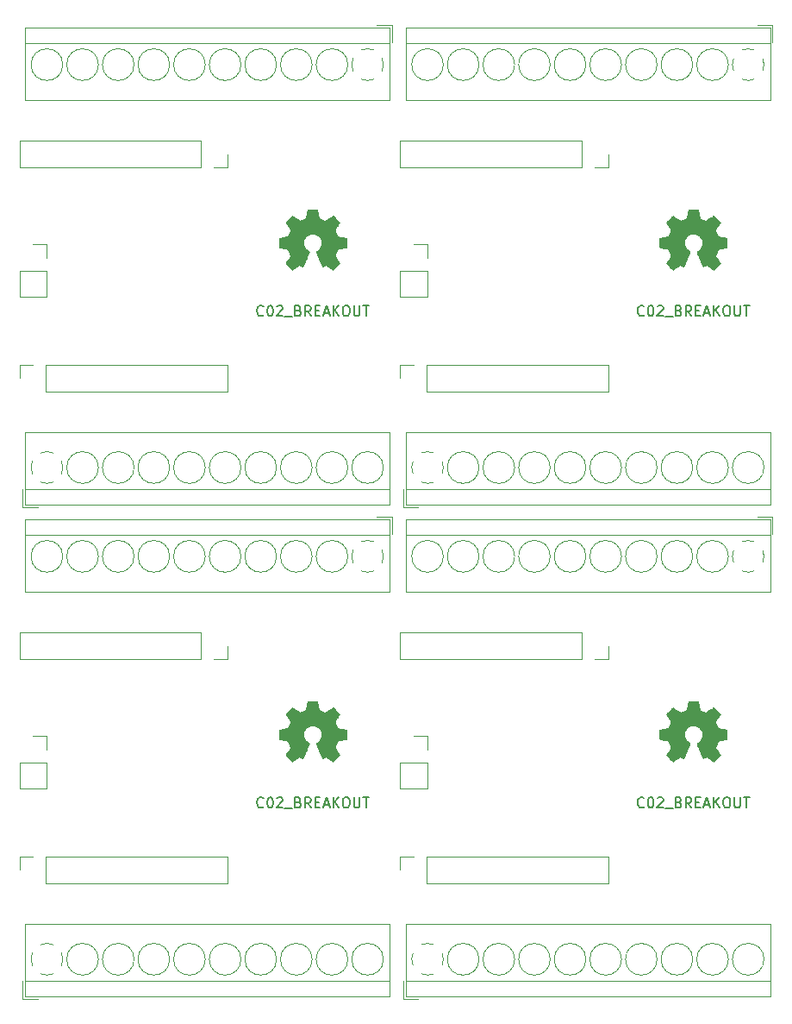
<source format=gbr>
G04 #@! TF.GenerationSoftware,KiCad,Pcbnew,5.1.5-52549c5~86~ubuntu18.04.1*
G04 #@! TF.CreationDate,2020-09-08T17:49:57-05:00*
G04 #@! TF.ProjectId,,58585858-5858-4585-9858-585858585858,rev?*
G04 #@! TF.SameCoordinates,Original*
G04 #@! TF.FileFunction,Legend,Top*
G04 #@! TF.FilePolarity,Positive*
%FSLAX46Y46*%
G04 Gerber Fmt 4.6, Leading zero omitted, Abs format (unit mm)*
G04 Created by KiCad (PCBNEW 5.1.5-52549c5~86~ubuntu18.04.1) date 2020-09-08 17:49:57*
%MOMM*%
%LPD*%
G04 APERTURE LIST*
%ADD10C,0.150000*%
%ADD11C,0.120000*%
%ADD12C,0.010000*%
G04 APERTURE END LIST*
D10*
X174872866Y-142520942D02*
X174825247Y-142568561D01*
X174682390Y-142616180D01*
X174587152Y-142616180D01*
X174444295Y-142568561D01*
X174349057Y-142473323D01*
X174301438Y-142378085D01*
X174253819Y-142187609D01*
X174253819Y-142044752D01*
X174301438Y-141854276D01*
X174349057Y-141759038D01*
X174444295Y-141663800D01*
X174587152Y-141616180D01*
X174682390Y-141616180D01*
X174825247Y-141663800D01*
X174872866Y-141711419D01*
X175491914Y-141616180D02*
X175587152Y-141616180D01*
X175682390Y-141663800D01*
X175730009Y-141711419D01*
X175777628Y-141806657D01*
X175825247Y-141997133D01*
X175825247Y-142235228D01*
X175777628Y-142425704D01*
X175730009Y-142520942D01*
X175682390Y-142568561D01*
X175587152Y-142616180D01*
X175491914Y-142616180D01*
X175396676Y-142568561D01*
X175349057Y-142520942D01*
X175301438Y-142425704D01*
X175253819Y-142235228D01*
X175253819Y-141997133D01*
X175301438Y-141806657D01*
X175349057Y-141711419D01*
X175396676Y-141663800D01*
X175491914Y-141616180D01*
X176206200Y-141711419D02*
X176253819Y-141663800D01*
X176349057Y-141616180D01*
X176587152Y-141616180D01*
X176682390Y-141663800D01*
X176730009Y-141711419D01*
X176777628Y-141806657D01*
X176777628Y-141901895D01*
X176730009Y-142044752D01*
X176158580Y-142616180D01*
X176777628Y-142616180D01*
X176968104Y-142711419D02*
X177730009Y-142711419D01*
X178301438Y-142092371D02*
X178444295Y-142139990D01*
X178491914Y-142187609D01*
X178539533Y-142282847D01*
X178539533Y-142425704D01*
X178491914Y-142520942D01*
X178444295Y-142568561D01*
X178349057Y-142616180D01*
X177968104Y-142616180D01*
X177968104Y-141616180D01*
X178301438Y-141616180D01*
X178396676Y-141663800D01*
X178444295Y-141711419D01*
X178491914Y-141806657D01*
X178491914Y-141901895D01*
X178444295Y-141997133D01*
X178396676Y-142044752D01*
X178301438Y-142092371D01*
X177968104Y-142092371D01*
X179539533Y-142616180D02*
X179206200Y-142139990D01*
X178968104Y-142616180D02*
X178968104Y-141616180D01*
X179349057Y-141616180D01*
X179444295Y-141663800D01*
X179491914Y-141711419D01*
X179539533Y-141806657D01*
X179539533Y-141949514D01*
X179491914Y-142044752D01*
X179444295Y-142092371D01*
X179349057Y-142139990D01*
X178968104Y-142139990D01*
X179968104Y-142092371D02*
X180301438Y-142092371D01*
X180444295Y-142616180D02*
X179968104Y-142616180D01*
X179968104Y-141616180D01*
X180444295Y-141616180D01*
X180825247Y-142330466D02*
X181301438Y-142330466D01*
X180730009Y-142616180D02*
X181063342Y-141616180D01*
X181396676Y-142616180D01*
X181730009Y-142616180D02*
X181730009Y-141616180D01*
X182301438Y-142616180D02*
X181872866Y-142044752D01*
X182301438Y-141616180D02*
X181730009Y-142187609D01*
X182920485Y-141616180D02*
X183110961Y-141616180D01*
X183206200Y-141663800D01*
X183301438Y-141759038D01*
X183349057Y-141949514D01*
X183349057Y-142282847D01*
X183301438Y-142473323D01*
X183206200Y-142568561D01*
X183110961Y-142616180D01*
X182920485Y-142616180D01*
X182825247Y-142568561D01*
X182730009Y-142473323D01*
X182682390Y-142282847D01*
X182682390Y-141949514D01*
X182730009Y-141759038D01*
X182825247Y-141663800D01*
X182920485Y-141616180D01*
X183777628Y-141616180D02*
X183777628Y-142425704D01*
X183825247Y-142520942D01*
X183872866Y-142568561D01*
X183968104Y-142616180D01*
X184158580Y-142616180D01*
X184253819Y-142568561D01*
X184301438Y-142520942D01*
X184349057Y-142425704D01*
X184349057Y-141616180D01*
X184682390Y-141616180D02*
X185253819Y-141616180D01*
X184968104Y-142616180D02*
X184968104Y-141616180D01*
X137482866Y-142520942D02*
X137435247Y-142568561D01*
X137292390Y-142616180D01*
X137197152Y-142616180D01*
X137054295Y-142568561D01*
X136959057Y-142473323D01*
X136911438Y-142378085D01*
X136863819Y-142187609D01*
X136863819Y-142044752D01*
X136911438Y-141854276D01*
X136959057Y-141759038D01*
X137054295Y-141663800D01*
X137197152Y-141616180D01*
X137292390Y-141616180D01*
X137435247Y-141663800D01*
X137482866Y-141711419D01*
X138101914Y-141616180D02*
X138197152Y-141616180D01*
X138292390Y-141663800D01*
X138340009Y-141711419D01*
X138387628Y-141806657D01*
X138435247Y-141997133D01*
X138435247Y-142235228D01*
X138387628Y-142425704D01*
X138340009Y-142520942D01*
X138292390Y-142568561D01*
X138197152Y-142616180D01*
X138101914Y-142616180D01*
X138006676Y-142568561D01*
X137959057Y-142520942D01*
X137911438Y-142425704D01*
X137863819Y-142235228D01*
X137863819Y-141997133D01*
X137911438Y-141806657D01*
X137959057Y-141711419D01*
X138006676Y-141663800D01*
X138101914Y-141616180D01*
X138816200Y-141711419D02*
X138863819Y-141663800D01*
X138959057Y-141616180D01*
X139197152Y-141616180D01*
X139292390Y-141663800D01*
X139340009Y-141711419D01*
X139387628Y-141806657D01*
X139387628Y-141901895D01*
X139340009Y-142044752D01*
X138768580Y-142616180D01*
X139387628Y-142616180D01*
X139578104Y-142711419D02*
X140340009Y-142711419D01*
X140911438Y-142092371D02*
X141054295Y-142139990D01*
X141101914Y-142187609D01*
X141149533Y-142282847D01*
X141149533Y-142425704D01*
X141101914Y-142520942D01*
X141054295Y-142568561D01*
X140959057Y-142616180D01*
X140578104Y-142616180D01*
X140578104Y-141616180D01*
X140911438Y-141616180D01*
X141006676Y-141663800D01*
X141054295Y-141711419D01*
X141101914Y-141806657D01*
X141101914Y-141901895D01*
X141054295Y-141997133D01*
X141006676Y-142044752D01*
X140911438Y-142092371D01*
X140578104Y-142092371D01*
X142149533Y-142616180D02*
X141816200Y-142139990D01*
X141578104Y-142616180D02*
X141578104Y-141616180D01*
X141959057Y-141616180D01*
X142054295Y-141663800D01*
X142101914Y-141711419D01*
X142149533Y-141806657D01*
X142149533Y-141949514D01*
X142101914Y-142044752D01*
X142054295Y-142092371D01*
X141959057Y-142139990D01*
X141578104Y-142139990D01*
X142578104Y-142092371D02*
X142911438Y-142092371D01*
X143054295Y-142616180D02*
X142578104Y-142616180D01*
X142578104Y-141616180D01*
X143054295Y-141616180D01*
X143435247Y-142330466D02*
X143911438Y-142330466D01*
X143340009Y-142616180D02*
X143673342Y-141616180D01*
X144006676Y-142616180D01*
X144340009Y-142616180D02*
X144340009Y-141616180D01*
X144911438Y-142616180D02*
X144482866Y-142044752D01*
X144911438Y-141616180D02*
X144340009Y-142187609D01*
X145530485Y-141616180D02*
X145720961Y-141616180D01*
X145816200Y-141663800D01*
X145911438Y-141759038D01*
X145959057Y-141949514D01*
X145959057Y-142282847D01*
X145911438Y-142473323D01*
X145816200Y-142568561D01*
X145720961Y-142616180D01*
X145530485Y-142616180D01*
X145435247Y-142568561D01*
X145340009Y-142473323D01*
X145292390Y-142282847D01*
X145292390Y-141949514D01*
X145340009Y-141759038D01*
X145435247Y-141663800D01*
X145530485Y-141616180D01*
X146387628Y-141616180D02*
X146387628Y-142425704D01*
X146435247Y-142520942D01*
X146482866Y-142568561D01*
X146578104Y-142616180D01*
X146768580Y-142616180D01*
X146863819Y-142568561D01*
X146911438Y-142520942D01*
X146959057Y-142425704D01*
X146959057Y-141616180D01*
X147292390Y-141616180D02*
X147863819Y-141616180D01*
X147578104Y-142616180D02*
X147578104Y-141616180D01*
X174872866Y-94260942D02*
X174825247Y-94308561D01*
X174682390Y-94356180D01*
X174587152Y-94356180D01*
X174444295Y-94308561D01*
X174349057Y-94213323D01*
X174301438Y-94118085D01*
X174253819Y-93927609D01*
X174253819Y-93784752D01*
X174301438Y-93594276D01*
X174349057Y-93499038D01*
X174444295Y-93403800D01*
X174587152Y-93356180D01*
X174682390Y-93356180D01*
X174825247Y-93403800D01*
X174872866Y-93451419D01*
X175491914Y-93356180D02*
X175587152Y-93356180D01*
X175682390Y-93403800D01*
X175730009Y-93451419D01*
X175777628Y-93546657D01*
X175825247Y-93737133D01*
X175825247Y-93975228D01*
X175777628Y-94165704D01*
X175730009Y-94260942D01*
X175682390Y-94308561D01*
X175587152Y-94356180D01*
X175491914Y-94356180D01*
X175396676Y-94308561D01*
X175349057Y-94260942D01*
X175301438Y-94165704D01*
X175253819Y-93975228D01*
X175253819Y-93737133D01*
X175301438Y-93546657D01*
X175349057Y-93451419D01*
X175396676Y-93403800D01*
X175491914Y-93356180D01*
X176206200Y-93451419D02*
X176253819Y-93403800D01*
X176349057Y-93356180D01*
X176587152Y-93356180D01*
X176682390Y-93403800D01*
X176730009Y-93451419D01*
X176777628Y-93546657D01*
X176777628Y-93641895D01*
X176730009Y-93784752D01*
X176158580Y-94356180D01*
X176777628Y-94356180D01*
X176968104Y-94451419D02*
X177730009Y-94451419D01*
X178301438Y-93832371D02*
X178444295Y-93879990D01*
X178491914Y-93927609D01*
X178539533Y-94022847D01*
X178539533Y-94165704D01*
X178491914Y-94260942D01*
X178444295Y-94308561D01*
X178349057Y-94356180D01*
X177968104Y-94356180D01*
X177968104Y-93356180D01*
X178301438Y-93356180D01*
X178396676Y-93403800D01*
X178444295Y-93451419D01*
X178491914Y-93546657D01*
X178491914Y-93641895D01*
X178444295Y-93737133D01*
X178396676Y-93784752D01*
X178301438Y-93832371D01*
X177968104Y-93832371D01*
X179539533Y-94356180D02*
X179206200Y-93879990D01*
X178968104Y-94356180D02*
X178968104Y-93356180D01*
X179349057Y-93356180D01*
X179444295Y-93403800D01*
X179491914Y-93451419D01*
X179539533Y-93546657D01*
X179539533Y-93689514D01*
X179491914Y-93784752D01*
X179444295Y-93832371D01*
X179349057Y-93879990D01*
X178968104Y-93879990D01*
X179968104Y-93832371D02*
X180301438Y-93832371D01*
X180444295Y-94356180D02*
X179968104Y-94356180D01*
X179968104Y-93356180D01*
X180444295Y-93356180D01*
X180825247Y-94070466D02*
X181301438Y-94070466D01*
X180730009Y-94356180D02*
X181063342Y-93356180D01*
X181396676Y-94356180D01*
X181730009Y-94356180D02*
X181730009Y-93356180D01*
X182301438Y-94356180D02*
X181872866Y-93784752D01*
X182301438Y-93356180D02*
X181730009Y-93927609D01*
X182920485Y-93356180D02*
X183110961Y-93356180D01*
X183206200Y-93403800D01*
X183301438Y-93499038D01*
X183349057Y-93689514D01*
X183349057Y-94022847D01*
X183301438Y-94213323D01*
X183206200Y-94308561D01*
X183110961Y-94356180D01*
X182920485Y-94356180D01*
X182825247Y-94308561D01*
X182730009Y-94213323D01*
X182682390Y-94022847D01*
X182682390Y-93689514D01*
X182730009Y-93499038D01*
X182825247Y-93403800D01*
X182920485Y-93356180D01*
X183777628Y-93356180D02*
X183777628Y-94165704D01*
X183825247Y-94260942D01*
X183872866Y-94308561D01*
X183968104Y-94356180D01*
X184158580Y-94356180D01*
X184253819Y-94308561D01*
X184301438Y-94260942D01*
X184349057Y-94165704D01*
X184349057Y-93356180D01*
X184682390Y-93356180D02*
X185253819Y-93356180D01*
X184968104Y-94356180D02*
X184968104Y-93356180D01*
X137482866Y-94260942D02*
X137435247Y-94308561D01*
X137292390Y-94356180D01*
X137197152Y-94356180D01*
X137054295Y-94308561D01*
X136959057Y-94213323D01*
X136911438Y-94118085D01*
X136863819Y-93927609D01*
X136863819Y-93784752D01*
X136911438Y-93594276D01*
X136959057Y-93499038D01*
X137054295Y-93403800D01*
X137197152Y-93356180D01*
X137292390Y-93356180D01*
X137435247Y-93403800D01*
X137482866Y-93451419D01*
X138101914Y-93356180D02*
X138197152Y-93356180D01*
X138292390Y-93403800D01*
X138340009Y-93451419D01*
X138387628Y-93546657D01*
X138435247Y-93737133D01*
X138435247Y-93975228D01*
X138387628Y-94165704D01*
X138340009Y-94260942D01*
X138292390Y-94308561D01*
X138197152Y-94356180D01*
X138101914Y-94356180D01*
X138006676Y-94308561D01*
X137959057Y-94260942D01*
X137911438Y-94165704D01*
X137863819Y-93975228D01*
X137863819Y-93737133D01*
X137911438Y-93546657D01*
X137959057Y-93451419D01*
X138006676Y-93403800D01*
X138101914Y-93356180D01*
X138816200Y-93451419D02*
X138863819Y-93403800D01*
X138959057Y-93356180D01*
X139197152Y-93356180D01*
X139292390Y-93403800D01*
X139340009Y-93451419D01*
X139387628Y-93546657D01*
X139387628Y-93641895D01*
X139340009Y-93784752D01*
X138768580Y-94356180D01*
X139387628Y-94356180D01*
X139578104Y-94451419D02*
X140340009Y-94451419D01*
X140911438Y-93832371D02*
X141054295Y-93879990D01*
X141101914Y-93927609D01*
X141149533Y-94022847D01*
X141149533Y-94165704D01*
X141101914Y-94260942D01*
X141054295Y-94308561D01*
X140959057Y-94356180D01*
X140578104Y-94356180D01*
X140578104Y-93356180D01*
X140911438Y-93356180D01*
X141006676Y-93403800D01*
X141054295Y-93451419D01*
X141101914Y-93546657D01*
X141101914Y-93641895D01*
X141054295Y-93737133D01*
X141006676Y-93784752D01*
X140911438Y-93832371D01*
X140578104Y-93832371D01*
X142149533Y-94356180D02*
X141816200Y-93879990D01*
X141578104Y-94356180D02*
X141578104Y-93356180D01*
X141959057Y-93356180D01*
X142054295Y-93403800D01*
X142101914Y-93451419D01*
X142149533Y-93546657D01*
X142149533Y-93689514D01*
X142101914Y-93784752D01*
X142054295Y-93832371D01*
X141959057Y-93879990D01*
X141578104Y-93879990D01*
X142578104Y-93832371D02*
X142911438Y-93832371D01*
X143054295Y-94356180D02*
X142578104Y-94356180D01*
X142578104Y-93356180D01*
X143054295Y-93356180D01*
X143435247Y-94070466D02*
X143911438Y-94070466D01*
X143340009Y-94356180D02*
X143673342Y-93356180D01*
X144006676Y-94356180D01*
X144340009Y-94356180D02*
X144340009Y-93356180D01*
X144911438Y-94356180D02*
X144482866Y-93784752D01*
X144911438Y-93356180D02*
X144340009Y-93927609D01*
X145530485Y-93356180D02*
X145720961Y-93356180D01*
X145816200Y-93403800D01*
X145911438Y-93499038D01*
X145959057Y-93689514D01*
X145959057Y-94022847D01*
X145911438Y-94213323D01*
X145816200Y-94308561D01*
X145720961Y-94356180D01*
X145530485Y-94356180D01*
X145435247Y-94308561D01*
X145340009Y-94213323D01*
X145292390Y-94022847D01*
X145292390Y-93689514D01*
X145340009Y-93499038D01*
X145435247Y-93403800D01*
X145530485Y-93356180D01*
X146387628Y-93356180D02*
X146387628Y-94165704D01*
X146435247Y-94260942D01*
X146482866Y-94308561D01*
X146578104Y-94356180D01*
X146768580Y-94356180D01*
X146863819Y-94308561D01*
X146911438Y-94260942D01*
X146959057Y-94165704D01*
X146959057Y-93356180D01*
X147292390Y-93356180D02*
X147863819Y-93356180D01*
X147578104Y-94356180D02*
X147578104Y-93356180D01*
D11*
X150918800Y-138159000D02*
X153578800Y-138159000D01*
X150918800Y-138159000D02*
X150918800Y-140759000D01*
X150918800Y-140759000D02*
X153578800Y-140759000D01*
X153578800Y-138159000D02*
X153578800Y-140759000D01*
X153578800Y-135559000D02*
X153578800Y-136889000D01*
X152248800Y-135559000D02*
X153578800Y-135559000D01*
X113528800Y-138159000D02*
X116188800Y-138159000D01*
X113528800Y-138159000D02*
X113528800Y-140759000D01*
X113528800Y-140759000D02*
X116188800Y-140759000D01*
X116188800Y-138159000D02*
X116188800Y-140759000D01*
X116188800Y-135559000D02*
X116188800Y-136889000D01*
X114858800Y-135559000D02*
X116188800Y-135559000D01*
X150918800Y-89899000D02*
X153578800Y-89899000D01*
X150918800Y-89899000D02*
X150918800Y-92499000D01*
X150918800Y-92499000D02*
X153578800Y-92499000D01*
X153578800Y-89899000D02*
X153578800Y-92499000D01*
X153578800Y-87299000D02*
X153578800Y-88629000D01*
X152248800Y-87299000D02*
X153578800Y-87299000D01*
X184508813Y-116526215D02*
G75*
G02X185116400Y-116402600I607587J-1431385D01*
G01*
X183684291Y-118565342D02*
G75*
G02X183684400Y-117349600I1432109J607742D01*
G01*
X185724142Y-119389709D02*
G75*
G02X184508400Y-119389600I-607742J1432109D01*
G01*
X186548509Y-117349858D02*
G75*
G02X186548400Y-118565600I-1432109J-607742D01*
G01*
X185089389Y-116402108D02*
G75*
G02X185724400Y-116525600I27011J-1555492D01*
G01*
X183171400Y-117957600D02*
G75*
G03X183171400Y-117957600I-1555000J0D01*
G01*
X179671400Y-117957600D02*
G75*
G03X179671400Y-117957600I-1555000J0D01*
G01*
X176171400Y-117957600D02*
G75*
G03X176171400Y-117957600I-1555000J0D01*
G01*
X172671400Y-117957600D02*
G75*
G03X172671400Y-117957600I-1555000J0D01*
G01*
X169171400Y-117957600D02*
G75*
G03X169171400Y-117957600I-1555000J0D01*
G01*
X165671400Y-117957600D02*
G75*
G03X165671400Y-117957600I-1555000J0D01*
G01*
X162171400Y-117957600D02*
G75*
G03X162171400Y-117957600I-1555000J0D01*
G01*
X158671400Y-117957600D02*
G75*
G03X158671400Y-117957600I-1555000J0D01*
G01*
X155171400Y-117957600D02*
G75*
G03X155171400Y-117957600I-1555000J0D01*
G01*
X187276400Y-115857600D02*
X151456400Y-115857600D01*
X187276400Y-121417600D02*
X151456400Y-121417600D01*
X187276400Y-114297600D02*
X151456400Y-114297600D01*
X187276400Y-121417600D02*
X187276400Y-114297600D01*
X151456400Y-121417600D02*
X151456400Y-114297600D01*
X187516400Y-115797600D02*
X187516400Y-114057600D01*
X187516400Y-114057600D02*
X186016400Y-114057600D01*
X147118813Y-116526215D02*
G75*
G02X147726400Y-116402600I607587J-1431385D01*
G01*
X146294291Y-118565342D02*
G75*
G02X146294400Y-117349600I1432109J607742D01*
G01*
X148334142Y-119389709D02*
G75*
G02X147118400Y-119389600I-607742J1432109D01*
G01*
X149158509Y-117349858D02*
G75*
G02X149158400Y-118565600I-1432109J-607742D01*
G01*
X147699389Y-116402108D02*
G75*
G02X148334400Y-116525600I27011J-1555492D01*
G01*
X145781400Y-117957600D02*
G75*
G03X145781400Y-117957600I-1555000J0D01*
G01*
X142281400Y-117957600D02*
G75*
G03X142281400Y-117957600I-1555000J0D01*
G01*
X138781400Y-117957600D02*
G75*
G03X138781400Y-117957600I-1555000J0D01*
G01*
X135281400Y-117957600D02*
G75*
G03X135281400Y-117957600I-1555000J0D01*
G01*
X131781400Y-117957600D02*
G75*
G03X131781400Y-117957600I-1555000J0D01*
G01*
X128281400Y-117957600D02*
G75*
G03X128281400Y-117957600I-1555000J0D01*
G01*
X124781400Y-117957600D02*
G75*
G03X124781400Y-117957600I-1555000J0D01*
G01*
X121281400Y-117957600D02*
G75*
G03X121281400Y-117957600I-1555000J0D01*
G01*
X117781400Y-117957600D02*
G75*
G03X117781400Y-117957600I-1555000J0D01*
G01*
X149886400Y-115857600D02*
X114066400Y-115857600D01*
X149886400Y-121417600D02*
X114066400Y-121417600D01*
X149886400Y-114297600D02*
X114066400Y-114297600D01*
X149886400Y-121417600D02*
X149886400Y-114297600D01*
X114066400Y-121417600D02*
X114066400Y-114297600D01*
X150126400Y-115797600D02*
X150126400Y-114057600D01*
X150126400Y-114057600D02*
X148626400Y-114057600D01*
X184508813Y-68266215D02*
G75*
G02X185116400Y-68142600I607587J-1431385D01*
G01*
X183684291Y-70305342D02*
G75*
G02X183684400Y-69089600I1432109J607742D01*
G01*
X185724142Y-71129709D02*
G75*
G02X184508400Y-71129600I-607742J1432109D01*
G01*
X186548509Y-69089858D02*
G75*
G02X186548400Y-70305600I-1432109J-607742D01*
G01*
X185089389Y-68142108D02*
G75*
G02X185724400Y-68265600I27011J-1555492D01*
G01*
X183171400Y-69697600D02*
G75*
G03X183171400Y-69697600I-1555000J0D01*
G01*
X179671400Y-69697600D02*
G75*
G03X179671400Y-69697600I-1555000J0D01*
G01*
X176171400Y-69697600D02*
G75*
G03X176171400Y-69697600I-1555000J0D01*
G01*
X172671400Y-69697600D02*
G75*
G03X172671400Y-69697600I-1555000J0D01*
G01*
X169171400Y-69697600D02*
G75*
G03X169171400Y-69697600I-1555000J0D01*
G01*
X165671400Y-69697600D02*
G75*
G03X165671400Y-69697600I-1555000J0D01*
G01*
X162171400Y-69697600D02*
G75*
G03X162171400Y-69697600I-1555000J0D01*
G01*
X158671400Y-69697600D02*
G75*
G03X158671400Y-69697600I-1555000J0D01*
G01*
X155171400Y-69697600D02*
G75*
G03X155171400Y-69697600I-1555000J0D01*
G01*
X187276400Y-67597600D02*
X151456400Y-67597600D01*
X187276400Y-73157600D02*
X151456400Y-73157600D01*
X187276400Y-66037600D02*
X151456400Y-66037600D01*
X187276400Y-73157600D02*
X187276400Y-66037600D01*
X151456400Y-73157600D02*
X151456400Y-66037600D01*
X187516400Y-67537600D02*
X187516400Y-65797600D01*
X187516400Y-65797600D02*
X186016400Y-65797600D01*
X154223987Y-158931785D02*
G75*
G02X153616400Y-159055400I-607587J1431385D01*
G01*
X155048509Y-156892658D02*
G75*
G02X155048400Y-158108400I-1432109J-607742D01*
G01*
X153008658Y-156068291D02*
G75*
G02X154224400Y-156068400I607742J-1432109D01*
G01*
X152184291Y-158108142D02*
G75*
G02X152184400Y-156892400I1432109J607742D01*
G01*
X153643411Y-159055892D02*
G75*
G02X153008400Y-158932400I-27011J1555492D01*
G01*
X158671400Y-157500400D02*
G75*
G03X158671400Y-157500400I-1555000J0D01*
G01*
X162171400Y-157500400D02*
G75*
G03X162171400Y-157500400I-1555000J0D01*
G01*
X165671400Y-157500400D02*
G75*
G03X165671400Y-157500400I-1555000J0D01*
G01*
X169171400Y-157500400D02*
G75*
G03X169171400Y-157500400I-1555000J0D01*
G01*
X172671400Y-157500400D02*
G75*
G03X172671400Y-157500400I-1555000J0D01*
G01*
X176171400Y-157500400D02*
G75*
G03X176171400Y-157500400I-1555000J0D01*
G01*
X179671400Y-157500400D02*
G75*
G03X179671400Y-157500400I-1555000J0D01*
G01*
X183171400Y-157500400D02*
G75*
G03X183171400Y-157500400I-1555000J0D01*
G01*
X186671400Y-157500400D02*
G75*
G03X186671400Y-157500400I-1555000J0D01*
G01*
X151456400Y-159600400D02*
X187276400Y-159600400D01*
X151456400Y-154040400D02*
X187276400Y-154040400D01*
X151456400Y-161160400D02*
X187276400Y-161160400D01*
X151456400Y-154040400D02*
X151456400Y-161160400D01*
X187276400Y-154040400D02*
X187276400Y-161160400D01*
X151216400Y-159660400D02*
X151216400Y-161400400D01*
X151216400Y-161400400D02*
X152716400Y-161400400D01*
X116833987Y-158931785D02*
G75*
G02X116226400Y-159055400I-607587J1431385D01*
G01*
X117658509Y-156892658D02*
G75*
G02X117658400Y-158108400I-1432109J-607742D01*
G01*
X115618658Y-156068291D02*
G75*
G02X116834400Y-156068400I607742J-1432109D01*
G01*
X114794291Y-158108142D02*
G75*
G02X114794400Y-156892400I1432109J607742D01*
G01*
X116253411Y-159055892D02*
G75*
G02X115618400Y-158932400I-27011J1555492D01*
G01*
X121281400Y-157500400D02*
G75*
G03X121281400Y-157500400I-1555000J0D01*
G01*
X124781400Y-157500400D02*
G75*
G03X124781400Y-157500400I-1555000J0D01*
G01*
X128281400Y-157500400D02*
G75*
G03X128281400Y-157500400I-1555000J0D01*
G01*
X131781400Y-157500400D02*
G75*
G03X131781400Y-157500400I-1555000J0D01*
G01*
X135281400Y-157500400D02*
G75*
G03X135281400Y-157500400I-1555000J0D01*
G01*
X138781400Y-157500400D02*
G75*
G03X138781400Y-157500400I-1555000J0D01*
G01*
X142281400Y-157500400D02*
G75*
G03X142281400Y-157500400I-1555000J0D01*
G01*
X145781400Y-157500400D02*
G75*
G03X145781400Y-157500400I-1555000J0D01*
G01*
X149281400Y-157500400D02*
G75*
G03X149281400Y-157500400I-1555000J0D01*
G01*
X114066400Y-159600400D02*
X149886400Y-159600400D01*
X114066400Y-154040400D02*
X149886400Y-154040400D01*
X114066400Y-161160400D02*
X149886400Y-161160400D01*
X114066400Y-154040400D02*
X114066400Y-161160400D01*
X149886400Y-154040400D02*
X149886400Y-161160400D01*
X113826400Y-159660400D02*
X113826400Y-161400400D01*
X113826400Y-161400400D02*
X115326400Y-161400400D01*
X154223987Y-110671785D02*
G75*
G02X153616400Y-110795400I-607587J1431385D01*
G01*
X155048509Y-108632658D02*
G75*
G02X155048400Y-109848400I-1432109J-607742D01*
G01*
X153008658Y-107808291D02*
G75*
G02X154224400Y-107808400I607742J-1432109D01*
G01*
X152184291Y-109848142D02*
G75*
G02X152184400Y-108632400I1432109J607742D01*
G01*
X153643411Y-110795892D02*
G75*
G02X153008400Y-110672400I-27011J1555492D01*
G01*
X158671400Y-109240400D02*
G75*
G03X158671400Y-109240400I-1555000J0D01*
G01*
X162171400Y-109240400D02*
G75*
G03X162171400Y-109240400I-1555000J0D01*
G01*
X165671400Y-109240400D02*
G75*
G03X165671400Y-109240400I-1555000J0D01*
G01*
X169171400Y-109240400D02*
G75*
G03X169171400Y-109240400I-1555000J0D01*
G01*
X172671400Y-109240400D02*
G75*
G03X172671400Y-109240400I-1555000J0D01*
G01*
X176171400Y-109240400D02*
G75*
G03X176171400Y-109240400I-1555000J0D01*
G01*
X179671400Y-109240400D02*
G75*
G03X179671400Y-109240400I-1555000J0D01*
G01*
X183171400Y-109240400D02*
G75*
G03X183171400Y-109240400I-1555000J0D01*
G01*
X186671400Y-109240400D02*
G75*
G03X186671400Y-109240400I-1555000J0D01*
G01*
X151456400Y-111340400D02*
X187276400Y-111340400D01*
X151456400Y-105780400D02*
X187276400Y-105780400D01*
X151456400Y-112900400D02*
X187276400Y-112900400D01*
X151456400Y-105780400D02*
X151456400Y-112900400D01*
X187276400Y-105780400D02*
X187276400Y-112900400D01*
X151216400Y-111400400D02*
X151216400Y-113140400D01*
X151216400Y-113140400D02*
X152716400Y-113140400D01*
X153518800Y-150059000D02*
X153518800Y-147399000D01*
X153518800Y-150059000D02*
X171358800Y-150059000D01*
X171358800Y-150059000D02*
X171358800Y-147399000D01*
X153518800Y-147399000D02*
X171358800Y-147399000D01*
X150918800Y-147399000D02*
X152248800Y-147399000D01*
X150918800Y-148729000D02*
X150918800Y-147399000D01*
X116128800Y-150059000D02*
X116128800Y-147399000D01*
X116128800Y-150059000D02*
X133968800Y-150059000D01*
X133968800Y-150059000D02*
X133968800Y-147399000D01*
X116128800Y-147399000D02*
X133968800Y-147399000D01*
X113528800Y-147399000D02*
X114858800Y-147399000D01*
X113528800Y-148729000D02*
X113528800Y-147399000D01*
X153518800Y-101799000D02*
X153518800Y-99139000D01*
X153518800Y-101799000D02*
X171358800Y-101799000D01*
X171358800Y-101799000D02*
X171358800Y-99139000D01*
X153518800Y-99139000D02*
X171358800Y-99139000D01*
X150918800Y-99139000D02*
X152248800Y-99139000D01*
X150918800Y-100469000D02*
X150918800Y-99139000D01*
X168758800Y-125399000D02*
X168758800Y-128059000D01*
X168758800Y-125399000D02*
X150918800Y-125399000D01*
X150918800Y-125399000D02*
X150918800Y-128059000D01*
X168758800Y-128059000D02*
X150918800Y-128059000D01*
X171358800Y-128059000D02*
X170028800Y-128059000D01*
X171358800Y-126729000D02*
X171358800Y-128059000D01*
X131368800Y-125399000D02*
X131368800Y-128059000D01*
X131368800Y-125399000D02*
X113528800Y-125399000D01*
X113528800Y-125399000D02*
X113528800Y-128059000D01*
X131368800Y-128059000D02*
X113528800Y-128059000D01*
X133968800Y-128059000D02*
X132638800Y-128059000D01*
X133968800Y-126729000D02*
X133968800Y-128059000D01*
X168758800Y-77139000D02*
X168758800Y-79799000D01*
X168758800Y-77139000D02*
X150918800Y-77139000D01*
X150918800Y-77139000D02*
X150918800Y-79799000D01*
X168758800Y-79799000D02*
X150918800Y-79799000D01*
X171358800Y-79799000D02*
X170028800Y-79799000D01*
X171358800Y-78469000D02*
X171358800Y-79799000D01*
D12*
G36*
X180262014Y-132596931D02*
G01*
X180345835Y-133041555D01*
X180655120Y-133169053D01*
X180964406Y-133296551D01*
X181335446Y-133044246D01*
X181439357Y-132973996D01*
X181533287Y-132911272D01*
X181612852Y-132858938D01*
X181673670Y-132819857D01*
X181711357Y-132796893D01*
X181721621Y-132791942D01*
X181740110Y-132804676D01*
X181779620Y-132839882D01*
X181835722Y-132893062D01*
X181903987Y-132959718D01*
X181979986Y-133035354D01*
X182059292Y-133115472D01*
X182137475Y-133195574D01*
X182210107Y-133271164D01*
X182272759Y-133337745D01*
X182321003Y-133390818D01*
X182350410Y-133425887D01*
X182357441Y-133437623D01*
X182347323Y-133459260D01*
X182318959Y-133506662D01*
X182275329Y-133575193D01*
X182219418Y-133660215D01*
X182154206Y-133757093D01*
X182116419Y-133812350D01*
X182047543Y-133913248D01*
X181986340Y-134004299D01*
X181935778Y-134080970D01*
X181898828Y-134138728D01*
X181878458Y-134173043D01*
X181875397Y-134180254D01*
X181882336Y-134200748D01*
X181901251Y-134248513D01*
X181929287Y-134316832D01*
X181963591Y-134398989D01*
X182001309Y-134488270D01*
X182039587Y-134577958D01*
X182075570Y-134661338D01*
X182106406Y-134731694D01*
X182129239Y-134782310D01*
X182141217Y-134806471D01*
X182141924Y-134807422D01*
X182160731Y-134812036D01*
X182210818Y-134822328D01*
X182286993Y-134837287D01*
X182384065Y-134855901D01*
X182496843Y-134877159D01*
X182562642Y-134889418D01*
X182683150Y-134912362D01*
X182791997Y-134934195D01*
X182883676Y-134953722D01*
X182952681Y-134969748D01*
X182993504Y-134981079D01*
X183001711Y-134984674D01*
X183009748Y-135009006D01*
X183016233Y-135063959D01*
X183021170Y-135143108D01*
X183024564Y-135240026D01*
X183026418Y-135348287D01*
X183026738Y-135461465D01*
X183025527Y-135573135D01*
X183022790Y-135676868D01*
X183018531Y-135766241D01*
X183012755Y-135834826D01*
X183005467Y-135876197D01*
X183001095Y-135884810D01*
X182974964Y-135895133D01*
X182919593Y-135909892D01*
X182842307Y-135927352D01*
X182750430Y-135945780D01*
X182718358Y-135951741D01*
X182563724Y-135980066D01*
X182441575Y-136002876D01*
X182347873Y-136021080D01*
X182278584Y-136035583D01*
X182229671Y-136047292D01*
X182197097Y-136057115D01*
X182176828Y-136065956D01*
X182164826Y-136074724D01*
X182163147Y-136076457D01*
X182146384Y-136104371D01*
X182120814Y-136158695D01*
X182088988Y-136232777D01*
X182053460Y-136319965D01*
X182016783Y-136413608D01*
X181981511Y-136507052D01*
X181950196Y-136593647D01*
X181925393Y-136666740D01*
X181909654Y-136719678D01*
X181905532Y-136745811D01*
X181905876Y-136746726D01*
X181919841Y-136768086D01*
X181951522Y-136815084D01*
X181997591Y-136882827D01*
X182054718Y-136966423D01*
X182119573Y-137060982D01*
X182138043Y-137087854D01*
X182203899Y-137185275D01*
X182261850Y-137274163D01*
X182308738Y-137349412D01*
X182341407Y-137405920D01*
X182356700Y-137438581D01*
X182357441Y-137442593D01*
X182344592Y-137463684D01*
X182309088Y-137505464D01*
X182255493Y-137563445D01*
X182188371Y-137633135D01*
X182112287Y-137710045D01*
X182031804Y-137789683D01*
X181951487Y-137867561D01*
X181875899Y-137939186D01*
X181809605Y-138000070D01*
X181757169Y-138045721D01*
X181723155Y-138071650D01*
X181713745Y-138075883D01*
X181691843Y-138065912D01*
X181647000Y-138039020D01*
X181586521Y-137999736D01*
X181539989Y-137968117D01*
X181455675Y-137910098D01*
X181355826Y-137841784D01*
X181255673Y-137773579D01*
X181201827Y-137737075D01*
X181019571Y-137613800D01*
X180866581Y-137696520D01*
X180796882Y-137732759D01*
X180737614Y-137760926D01*
X180697511Y-137776991D01*
X180687303Y-137779226D01*
X180675029Y-137762722D01*
X180650813Y-137716082D01*
X180616463Y-137643609D01*
X180573788Y-137549606D01*
X180524594Y-137438374D01*
X180470690Y-137314215D01*
X180413884Y-137181432D01*
X180355982Y-137044327D01*
X180298793Y-136907202D01*
X180244124Y-136774358D01*
X180193784Y-136650098D01*
X180149580Y-136538725D01*
X180113319Y-136444539D01*
X180086809Y-136371844D01*
X180071858Y-136324941D01*
X180069454Y-136308833D01*
X180088511Y-136288286D01*
X180130236Y-136254933D01*
X180185906Y-136215702D01*
X180190578Y-136212599D01*
X180334464Y-136097423D01*
X180450483Y-135963053D01*
X180537630Y-135813784D01*
X180594899Y-135653913D01*
X180621286Y-135487737D01*
X180615785Y-135319552D01*
X180577390Y-135153655D01*
X180505095Y-134994342D01*
X180483826Y-134959487D01*
X180373196Y-134818737D01*
X180242502Y-134705714D01*
X180096264Y-134621003D01*
X179939008Y-134565194D01*
X179775257Y-134538874D01*
X179609533Y-134542630D01*
X179446362Y-134577050D01*
X179290265Y-134642723D01*
X179145767Y-134740235D01*
X179101069Y-134779813D01*
X178987312Y-134903703D01*
X178904418Y-135034124D01*
X178847556Y-135180315D01*
X178815887Y-135325088D01*
X178808069Y-135487860D01*
X178834138Y-135651440D01*
X178891445Y-135810298D01*
X178977344Y-135958906D01*
X179089186Y-136091735D01*
X179224323Y-136203256D01*
X179242083Y-136215011D01*
X179298350Y-136253508D01*
X179341123Y-136286863D01*
X179361572Y-136308160D01*
X179361869Y-136308833D01*
X179357479Y-136331871D01*
X179340076Y-136384157D01*
X179311468Y-136461390D01*
X179273465Y-136559268D01*
X179227874Y-136673491D01*
X179176503Y-136799758D01*
X179121162Y-136933767D01*
X179063658Y-137071218D01*
X179005801Y-137207808D01*
X178949398Y-137339237D01*
X178896258Y-137461205D01*
X178848190Y-137569409D01*
X178807001Y-137659549D01*
X178774501Y-137727323D01*
X178752497Y-137768430D01*
X178743636Y-137779226D01*
X178716560Y-137770819D01*
X178665897Y-137748272D01*
X178600383Y-137715613D01*
X178564359Y-137696520D01*
X178411368Y-137613800D01*
X178229112Y-137737075D01*
X178136075Y-137800228D01*
X178034215Y-137869727D01*
X177938762Y-137935165D01*
X177890950Y-137968117D01*
X177823705Y-138013273D01*
X177766764Y-138049057D01*
X177727554Y-138070938D01*
X177714819Y-138075563D01*
X177696283Y-138063085D01*
X177655259Y-138028252D01*
X177595725Y-137974678D01*
X177521658Y-137905983D01*
X177437035Y-137825781D01*
X177383515Y-137774286D01*
X177289881Y-137682286D01*
X177208959Y-137599999D01*
X177144023Y-137530945D01*
X177098342Y-137478644D01*
X177075189Y-137446616D01*
X177072968Y-137440116D01*
X177083276Y-137415394D01*
X177111761Y-137365405D01*
X177155263Y-137295212D01*
X177210623Y-137209875D01*
X177274680Y-137114456D01*
X177292897Y-137087854D01*
X177359273Y-136991167D01*
X177418822Y-136904117D01*
X177468216Y-136831595D01*
X177504125Y-136778493D01*
X177523219Y-136749703D01*
X177525064Y-136746726D01*
X177522305Y-136723782D01*
X177507662Y-136673336D01*
X177483687Y-136602041D01*
X177452934Y-136516547D01*
X177417956Y-136423507D01*
X177381307Y-136329574D01*
X177345539Y-136241399D01*
X177313206Y-136165634D01*
X177286862Y-136108931D01*
X177269058Y-136077943D01*
X177267793Y-136076457D01*
X177256906Y-136067601D01*
X177238518Y-136058843D01*
X177208594Y-136049277D01*
X177163097Y-136037996D01*
X177097991Y-136024093D01*
X177009239Y-136006663D01*
X176892807Y-135984798D01*
X176744658Y-135957591D01*
X176712582Y-135951741D01*
X176617514Y-135933374D01*
X176534635Y-135915405D01*
X176471270Y-135899569D01*
X176434742Y-135887600D01*
X176429844Y-135884810D01*
X176421773Y-135860072D01*
X176415213Y-135804790D01*
X176410167Y-135725389D01*
X176406641Y-135628296D01*
X176404639Y-135519938D01*
X176404164Y-135406740D01*
X176405223Y-135295128D01*
X176407818Y-135191529D01*
X176411954Y-135102368D01*
X176417637Y-135034072D01*
X176424869Y-134993066D01*
X176429229Y-134984674D01*
X176453502Y-134976208D01*
X176508774Y-134962435D01*
X176589538Y-134944550D01*
X176690288Y-134923748D01*
X176805517Y-134901223D01*
X176868298Y-134889418D01*
X176987413Y-134867151D01*
X177093635Y-134846979D01*
X177181773Y-134829915D01*
X177246634Y-134816969D01*
X177283026Y-134809155D01*
X177289016Y-134807422D01*
X177299139Y-134787890D01*
X177320538Y-134740843D01*
X177350361Y-134673003D01*
X177385755Y-134591091D01*
X177423868Y-134501828D01*
X177461847Y-134411935D01*
X177496840Y-134328135D01*
X177525994Y-134257147D01*
X177546457Y-134205694D01*
X177555377Y-134180497D01*
X177555543Y-134179396D01*
X177545431Y-134159519D01*
X177517083Y-134113777D01*
X177473477Y-134046717D01*
X177417594Y-133962884D01*
X177352413Y-133866826D01*
X177314521Y-133811650D01*
X177245475Y-133710481D01*
X177184150Y-133618630D01*
X177133537Y-133540744D01*
X177096629Y-133481469D01*
X177076418Y-133445451D01*
X177073499Y-133437377D01*
X177086047Y-133418584D01*
X177120737Y-133378457D01*
X177173137Y-133321493D01*
X177238816Y-133252185D01*
X177313344Y-133175031D01*
X177392287Y-133094525D01*
X177471217Y-133015163D01*
X177545700Y-132941440D01*
X177611306Y-132877852D01*
X177663604Y-132828894D01*
X177698161Y-132799061D01*
X177709722Y-132791942D01*
X177728546Y-132801953D01*
X177773569Y-132830078D01*
X177840413Y-132873454D01*
X177924701Y-132929218D01*
X178022056Y-132994506D01*
X178095493Y-133044246D01*
X178466533Y-133296551D01*
X179085105Y-133041555D01*
X179168925Y-132596931D01*
X179252746Y-132152307D01*
X180178194Y-132152307D01*
X180262014Y-132596931D01*
G37*
X180262014Y-132596931D02*
X180345835Y-133041555D01*
X180655120Y-133169053D01*
X180964406Y-133296551D01*
X181335446Y-133044246D01*
X181439357Y-132973996D01*
X181533287Y-132911272D01*
X181612852Y-132858938D01*
X181673670Y-132819857D01*
X181711357Y-132796893D01*
X181721621Y-132791942D01*
X181740110Y-132804676D01*
X181779620Y-132839882D01*
X181835722Y-132893062D01*
X181903987Y-132959718D01*
X181979986Y-133035354D01*
X182059292Y-133115472D01*
X182137475Y-133195574D01*
X182210107Y-133271164D01*
X182272759Y-133337745D01*
X182321003Y-133390818D01*
X182350410Y-133425887D01*
X182357441Y-133437623D01*
X182347323Y-133459260D01*
X182318959Y-133506662D01*
X182275329Y-133575193D01*
X182219418Y-133660215D01*
X182154206Y-133757093D01*
X182116419Y-133812350D01*
X182047543Y-133913248D01*
X181986340Y-134004299D01*
X181935778Y-134080970D01*
X181898828Y-134138728D01*
X181878458Y-134173043D01*
X181875397Y-134180254D01*
X181882336Y-134200748D01*
X181901251Y-134248513D01*
X181929287Y-134316832D01*
X181963591Y-134398989D01*
X182001309Y-134488270D01*
X182039587Y-134577958D01*
X182075570Y-134661338D01*
X182106406Y-134731694D01*
X182129239Y-134782310D01*
X182141217Y-134806471D01*
X182141924Y-134807422D01*
X182160731Y-134812036D01*
X182210818Y-134822328D01*
X182286993Y-134837287D01*
X182384065Y-134855901D01*
X182496843Y-134877159D01*
X182562642Y-134889418D01*
X182683150Y-134912362D01*
X182791997Y-134934195D01*
X182883676Y-134953722D01*
X182952681Y-134969748D01*
X182993504Y-134981079D01*
X183001711Y-134984674D01*
X183009748Y-135009006D01*
X183016233Y-135063959D01*
X183021170Y-135143108D01*
X183024564Y-135240026D01*
X183026418Y-135348287D01*
X183026738Y-135461465D01*
X183025527Y-135573135D01*
X183022790Y-135676868D01*
X183018531Y-135766241D01*
X183012755Y-135834826D01*
X183005467Y-135876197D01*
X183001095Y-135884810D01*
X182974964Y-135895133D01*
X182919593Y-135909892D01*
X182842307Y-135927352D01*
X182750430Y-135945780D01*
X182718358Y-135951741D01*
X182563724Y-135980066D01*
X182441575Y-136002876D01*
X182347873Y-136021080D01*
X182278584Y-136035583D01*
X182229671Y-136047292D01*
X182197097Y-136057115D01*
X182176828Y-136065956D01*
X182164826Y-136074724D01*
X182163147Y-136076457D01*
X182146384Y-136104371D01*
X182120814Y-136158695D01*
X182088988Y-136232777D01*
X182053460Y-136319965D01*
X182016783Y-136413608D01*
X181981511Y-136507052D01*
X181950196Y-136593647D01*
X181925393Y-136666740D01*
X181909654Y-136719678D01*
X181905532Y-136745811D01*
X181905876Y-136746726D01*
X181919841Y-136768086D01*
X181951522Y-136815084D01*
X181997591Y-136882827D01*
X182054718Y-136966423D01*
X182119573Y-137060982D01*
X182138043Y-137087854D01*
X182203899Y-137185275D01*
X182261850Y-137274163D01*
X182308738Y-137349412D01*
X182341407Y-137405920D01*
X182356700Y-137438581D01*
X182357441Y-137442593D01*
X182344592Y-137463684D01*
X182309088Y-137505464D01*
X182255493Y-137563445D01*
X182188371Y-137633135D01*
X182112287Y-137710045D01*
X182031804Y-137789683D01*
X181951487Y-137867561D01*
X181875899Y-137939186D01*
X181809605Y-138000070D01*
X181757169Y-138045721D01*
X181723155Y-138071650D01*
X181713745Y-138075883D01*
X181691843Y-138065912D01*
X181647000Y-138039020D01*
X181586521Y-137999736D01*
X181539989Y-137968117D01*
X181455675Y-137910098D01*
X181355826Y-137841784D01*
X181255673Y-137773579D01*
X181201827Y-137737075D01*
X181019571Y-137613800D01*
X180866581Y-137696520D01*
X180796882Y-137732759D01*
X180737614Y-137760926D01*
X180697511Y-137776991D01*
X180687303Y-137779226D01*
X180675029Y-137762722D01*
X180650813Y-137716082D01*
X180616463Y-137643609D01*
X180573788Y-137549606D01*
X180524594Y-137438374D01*
X180470690Y-137314215D01*
X180413884Y-137181432D01*
X180355982Y-137044327D01*
X180298793Y-136907202D01*
X180244124Y-136774358D01*
X180193784Y-136650098D01*
X180149580Y-136538725D01*
X180113319Y-136444539D01*
X180086809Y-136371844D01*
X180071858Y-136324941D01*
X180069454Y-136308833D01*
X180088511Y-136288286D01*
X180130236Y-136254933D01*
X180185906Y-136215702D01*
X180190578Y-136212599D01*
X180334464Y-136097423D01*
X180450483Y-135963053D01*
X180537630Y-135813784D01*
X180594899Y-135653913D01*
X180621286Y-135487737D01*
X180615785Y-135319552D01*
X180577390Y-135153655D01*
X180505095Y-134994342D01*
X180483826Y-134959487D01*
X180373196Y-134818737D01*
X180242502Y-134705714D01*
X180096264Y-134621003D01*
X179939008Y-134565194D01*
X179775257Y-134538874D01*
X179609533Y-134542630D01*
X179446362Y-134577050D01*
X179290265Y-134642723D01*
X179145767Y-134740235D01*
X179101069Y-134779813D01*
X178987312Y-134903703D01*
X178904418Y-135034124D01*
X178847556Y-135180315D01*
X178815887Y-135325088D01*
X178808069Y-135487860D01*
X178834138Y-135651440D01*
X178891445Y-135810298D01*
X178977344Y-135958906D01*
X179089186Y-136091735D01*
X179224323Y-136203256D01*
X179242083Y-136215011D01*
X179298350Y-136253508D01*
X179341123Y-136286863D01*
X179361572Y-136308160D01*
X179361869Y-136308833D01*
X179357479Y-136331871D01*
X179340076Y-136384157D01*
X179311468Y-136461390D01*
X179273465Y-136559268D01*
X179227874Y-136673491D01*
X179176503Y-136799758D01*
X179121162Y-136933767D01*
X179063658Y-137071218D01*
X179005801Y-137207808D01*
X178949398Y-137339237D01*
X178896258Y-137461205D01*
X178848190Y-137569409D01*
X178807001Y-137659549D01*
X178774501Y-137727323D01*
X178752497Y-137768430D01*
X178743636Y-137779226D01*
X178716560Y-137770819D01*
X178665897Y-137748272D01*
X178600383Y-137715613D01*
X178564359Y-137696520D01*
X178411368Y-137613800D01*
X178229112Y-137737075D01*
X178136075Y-137800228D01*
X178034215Y-137869727D01*
X177938762Y-137935165D01*
X177890950Y-137968117D01*
X177823705Y-138013273D01*
X177766764Y-138049057D01*
X177727554Y-138070938D01*
X177714819Y-138075563D01*
X177696283Y-138063085D01*
X177655259Y-138028252D01*
X177595725Y-137974678D01*
X177521658Y-137905983D01*
X177437035Y-137825781D01*
X177383515Y-137774286D01*
X177289881Y-137682286D01*
X177208959Y-137599999D01*
X177144023Y-137530945D01*
X177098342Y-137478644D01*
X177075189Y-137446616D01*
X177072968Y-137440116D01*
X177083276Y-137415394D01*
X177111761Y-137365405D01*
X177155263Y-137295212D01*
X177210623Y-137209875D01*
X177274680Y-137114456D01*
X177292897Y-137087854D01*
X177359273Y-136991167D01*
X177418822Y-136904117D01*
X177468216Y-136831595D01*
X177504125Y-136778493D01*
X177523219Y-136749703D01*
X177525064Y-136746726D01*
X177522305Y-136723782D01*
X177507662Y-136673336D01*
X177483687Y-136602041D01*
X177452934Y-136516547D01*
X177417956Y-136423507D01*
X177381307Y-136329574D01*
X177345539Y-136241399D01*
X177313206Y-136165634D01*
X177286862Y-136108931D01*
X177269058Y-136077943D01*
X177267793Y-136076457D01*
X177256906Y-136067601D01*
X177238518Y-136058843D01*
X177208594Y-136049277D01*
X177163097Y-136037996D01*
X177097991Y-136024093D01*
X177009239Y-136006663D01*
X176892807Y-135984798D01*
X176744658Y-135957591D01*
X176712582Y-135951741D01*
X176617514Y-135933374D01*
X176534635Y-135915405D01*
X176471270Y-135899569D01*
X176434742Y-135887600D01*
X176429844Y-135884810D01*
X176421773Y-135860072D01*
X176415213Y-135804790D01*
X176410167Y-135725389D01*
X176406641Y-135628296D01*
X176404639Y-135519938D01*
X176404164Y-135406740D01*
X176405223Y-135295128D01*
X176407818Y-135191529D01*
X176411954Y-135102368D01*
X176417637Y-135034072D01*
X176424869Y-134993066D01*
X176429229Y-134984674D01*
X176453502Y-134976208D01*
X176508774Y-134962435D01*
X176589538Y-134944550D01*
X176690288Y-134923748D01*
X176805517Y-134901223D01*
X176868298Y-134889418D01*
X176987413Y-134867151D01*
X177093635Y-134846979D01*
X177181773Y-134829915D01*
X177246634Y-134816969D01*
X177283026Y-134809155D01*
X177289016Y-134807422D01*
X177299139Y-134787890D01*
X177320538Y-134740843D01*
X177350361Y-134673003D01*
X177385755Y-134591091D01*
X177423868Y-134501828D01*
X177461847Y-134411935D01*
X177496840Y-134328135D01*
X177525994Y-134257147D01*
X177546457Y-134205694D01*
X177555377Y-134180497D01*
X177555543Y-134179396D01*
X177545431Y-134159519D01*
X177517083Y-134113777D01*
X177473477Y-134046717D01*
X177417594Y-133962884D01*
X177352413Y-133866826D01*
X177314521Y-133811650D01*
X177245475Y-133710481D01*
X177184150Y-133618630D01*
X177133537Y-133540744D01*
X177096629Y-133481469D01*
X177076418Y-133445451D01*
X177073499Y-133437377D01*
X177086047Y-133418584D01*
X177120737Y-133378457D01*
X177173137Y-133321493D01*
X177238816Y-133252185D01*
X177313344Y-133175031D01*
X177392287Y-133094525D01*
X177471217Y-133015163D01*
X177545700Y-132941440D01*
X177611306Y-132877852D01*
X177663604Y-132828894D01*
X177698161Y-132799061D01*
X177709722Y-132791942D01*
X177728546Y-132801953D01*
X177773569Y-132830078D01*
X177840413Y-132873454D01*
X177924701Y-132929218D01*
X178022056Y-132994506D01*
X178095493Y-133044246D01*
X178466533Y-133296551D01*
X179085105Y-133041555D01*
X179168925Y-132596931D01*
X179252746Y-132152307D01*
X180178194Y-132152307D01*
X180262014Y-132596931D01*
G36*
X142872014Y-132596931D02*
G01*
X142955835Y-133041555D01*
X143265120Y-133169053D01*
X143574406Y-133296551D01*
X143945446Y-133044246D01*
X144049357Y-132973996D01*
X144143287Y-132911272D01*
X144222852Y-132858938D01*
X144283670Y-132819857D01*
X144321357Y-132796893D01*
X144331621Y-132791942D01*
X144350110Y-132804676D01*
X144389620Y-132839882D01*
X144445722Y-132893062D01*
X144513987Y-132959718D01*
X144589986Y-133035354D01*
X144669292Y-133115472D01*
X144747475Y-133195574D01*
X144820107Y-133271164D01*
X144882759Y-133337745D01*
X144931003Y-133390818D01*
X144960410Y-133425887D01*
X144967441Y-133437623D01*
X144957323Y-133459260D01*
X144928959Y-133506662D01*
X144885329Y-133575193D01*
X144829418Y-133660215D01*
X144764206Y-133757093D01*
X144726419Y-133812350D01*
X144657543Y-133913248D01*
X144596340Y-134004299D01*
X144545778Y-134080970D01*
X144508828Y-134138728D01*
X144488458Y-134173043D01*
X144485397Y-134180254D01*
X144492336Y-134200748D01*
X144511251Y-134248513D01*
X144539287Y-134316832D01*
X144573591Y-134398989D01*
X144611309Y-134488270D01*
X144649587Y-134577958D01*
X144685570Y-134661338D01*
X144716406Y-134731694D01*
X144739239Y-134782310D01*
X144751217Y-134806471D01*
X144751924Y-134807422D01*
X144770731Y-134812036D01*
X144820818Y-134822328D01*
X144896993Y-134837287D01*
X144994065Y-134855901D01*
X145106843Y-134877159D01*
X145172642Y-134889418D01*
X145293150Y-134912362D01*
X145401997Y-134934195D01*
X145493676Y-134953722D01*
X145562681Y-134969748D01*
X145603504Y-134981079D01*
X145611711Y-134984674D01*
X145619748Y-135009006D01*
X145626233Y-135063959D01*
X145631170Y-135143108D01*
X145634564Y-135240026D01*
X145636418Y-135348287D01*
X145636738Y-135461465D01*
X145635527Y-135573135D01*
X145632790Y-135676868D01*
X145628531Y-135766241D01*
X145622755Y-135834826D01*
X145615467Y-135876197D01*
X145611095Y-135884810D01*
X145584964Y-135895133D01*
X145529593Y-135909892D01*
X145452307Y-135927352D01*
X145360430Y-135945780D01*
X145328358Y-135951741D01*
X145173724Y-135980066D01*
X145051575Y-136002876D01*
X144957873Y-136021080D01*
X144888584Y-136035583D01*
X144839671Y-136047292D01*
X144807097Y-136057115D01*
X144786828Y-136065956D01*
X144774826Y-136074724D01*
X144773147Y-136076457D01*
X144756384Y-136104371D01*
X144730814Y-136158695D01*
X144698988Y-136232777D01*
X144663460Y-136319965D01*
X144626783Y-136413608D01*
X144591511Y-136507052D01*
X144560196Y-136593647D01*
X144535393Y-136666740D01*
X144519654Y-136719678D01*
X144515532Y-136745811D01*
X144515876Y-136746726D01*
X144529841Y-136768086D01*
X144561522Y-136815084D01*
X144607591Y-136882827D01*
X144664718Y-136966423D01*
X144729573Y-137060982D01*
X144748043Y-137087854D01*
X144813899Y-137185275D01*
X144871850Y-137274163D01*
X144918738Y-137349412D01*
X144951407Y-137405920D01*
X144966700Y-137438581D01*
X144967441Y-137442593D01*
X144954592Y-137463684D01*
X144919088Y-137505464D01*
X144865493Y-137563445D01*
X144798371Y-137633135D01*
X144722287Y-137710045D01*
X144641804Y-137789683D01*
X144561487Y-137867561D01*
X144485899Y-137939186D01*
X144419605Y-138000070D01*
X144367169Y-138045721D01*
X144333155Y-138071650D01*
X144323745Y-138075883D01*
X144301843Y-138065912D01*
X144257000Y-138039020D01*
X144196521Y-137999736D01*
X144149989Y-137968117D01*
X144065675Y-137910098D01*
X143965826Y-137841784D01*
X143865673Y-137773579D01*
X143811827Y-137737075D01*
X143629571Y-137613800D01*
X143476581Y-137696520D01*
X143406882Y-137732759D01*
X143347614Y-137760926D01*
X143307511Y-137776991D01*
X143297303Y-137779226D01*
X143285029Y-137762722D01*
X143260813Y-137716082D01*
X143226463Y-137643609D01*
X143183788Y-137549606D01*
X143134594Y-137438374D01*
X143080690Y-137314215D01*
X143023884Y-137181432D01*
X142965982Y-137044327D01*
X142908793Y-136907202D01*
X142854124Y-136774358D01*
X142803784Y-136650098D01*
X142759580Y-136538725D01*
X142723319Y-136444539D01*
X142696809Y-136371844D01*
X142681858Y-136324941D01*
X142679454Y-136308833D01*
X142698511Y-136288286D01*
X142740236Y-136254933D01*
X142795906Y-136215702D01*
X142800578Y-136212599D01*
X142944464Y-136097423D01*
X143060483Y-135963053D01*
X143147630Y-135813784D01*
X143204899Y-135653913D01*
X143231286Y-135487737D01*
X143225785Y-135319552D01*
X143187390Y-135153655D01*
X143115095Y-134994342D01*
X143093826Y-134959487D01*
X142983196Y-134818737D01*
X142852502Y-134705714D01*
X142706264Y-134621003D01*
X142549008Y-134565194D01*
X142385257Y-134538874D01*
X142219533Y-134542630D01*
X142056362Y-134577050D01*
X141900265Y-134642723D01*
X141755767Y-134740235D01*
X141711069Y-134779813D01*
X141597312Y-134903703D01*
X141514418Y-135034124D01*
X141457556Y-135180315D01*
X141425887Y-135325088D01*
X141418069Y-135487860D01*
X141444138Y-135651440D01*
X141501445Y-135810298D01*
X141587344Y-135958906D01*
X141699186Y-136091735D01*
X141834323Y-136203256D01*
X141852083Y-136215011D01*
X141908350Y-136253508D01*
X141951123Y-136286863D01*
X141971572Y-136308160D01*
X141971869Y-136308833D01*
X141967479Y-136331871D01*
X141950076Y-136384157D01*
X141921468Y-136461390D01*
X141883465Y-136559268D01*
X141837874Y-136673491D01*
X141786503Y-136799758D01*
X141731162Y-136933767D01*
X141673658Y-137071218D01*
X141615801Y-137207808D01*
X141559398Y-137339237D01*
X141506258Y-137461205D01*
X141458190Y-137569409D01*
X141417001Y-137659549D01*
X141384501Y-137727323D01*
X141362497Y-137768430D01*
X141353636Y-137779226D01*
X141326560Y-137770819D01*
X141275897Y-137748272D01*
X141210383Y-137715613D01*
X141174359Y-137696520D01*
X141021368Y-137613800D01*
X140839112Y-137737075D01*
X140746075Y-137800228D01*
X140644215Y-137869727D01*
X140548762Y-137935165D01*
X140500950Y-137968117D01*
X140433705Y-138013273D01*
X140376764Y-138049057D01*
X140337554Y-138070938D01*
X140324819Y-138075563D01*
X140306283Y-138063085D01*
X140265259Y-138028252D01*
X140205725Y-137974678D01*
X140131658Y-137905983D01*
X140047035Y-137825781D01*
X139993515Y-137774286D01*
X139899881Y-137682286D01*
X139818959Y-137599999D01*
X139754023Y-137530945D01*
X139708342Y-137478644D01*
X139685189Y-137446616D01*
X139682968Y-137440116D01*
X139693276Y-137415394D01*
X139721761Y-137365405D01*
X139765263Y-137295212D01*
X139820623Y-137209875D01*
X139884680Y-137114456D01*
X139902897Y-137087854D01*
X139969273Y-136991167D01*
X140028822Y-136904117D01*
X140078216Y-136831595D01*
X140114125Y-136778493D01*
X140133219Y-136749703D01*
X140135064Y-136746726D01*
X140132305Y-136723782D01*
X140117662Y-136673336D01*
X140093687Y-136602041D01*
X140062934Y-136516547D01*
X140027956Y-136423507D01*
X139991307Y-136329574D01*
X139955539Y-136241399D01*
X139923206Y-136165634D01*
X139896862Y-136108931D01*
X139879058Y-136077943D01*
X139877793Y-136076457D01*
X139866906Y-136067601D01*
X139848518Y-136058843D01*
X139818594Y-136049277D01*
X139773097Y-136037996D01*
X139707991Y-136024093D01*
X139619239Y-136006663D01*
X139502807Y-135984798D01*
X139354658Y-135957591D01*
X139322582Y-135951741D01*
X139227514Y-135933374D01*
X139144635Y-135915405D01*
X139081270Y-135899569D01*
X139044742Y-135887600D01*
X139039844Y-135884810D01*
X139031773Y-135860072D01*
X139025213Y-135804790D01*
X139020167Y-135725389D01*
X139016641Y-135628296D01*
X139014639Y-135519938D01*
X139014164Y-135406740D01*
X139015223Y-135295128D01*
X139017818Y-135191529D01*
X139021954Y-135102368D01*
X139027637Y-135034072D01*
X139034869Y-134993066D01*
X139039229Y-134984674D01*
X139063502Y-134976208D01*
X139118774Y-134962435D01*
X139199538Y-134944550D01*
X139300288Y-134923748D01*
X139415517Y-134901223D01*
X139478298Y-134889418D01*
X139597413Y-134867151D01*
X139703635Y-134846979D01*
X139791773Y-134829915D01*
X139856634Y-134816969D01*
X139893026Y-134809155D01*
X139899016Y-134807422D01*
X139909139Y-134787890D01*
X139930538Y-134740843D01*
X139960361Y-134673003D01*
X139995755Y-134591091D01*
X140033868Y-134501828D01*
X140071847Y-134411935D01*
X140106840Y-134328135D01*
X140135994Y-134257147D01*
X140156457Y-134205694D01*
X140165377Y-134180497D01*
X140165543Y-134179396D01*
X140155431Y-134159519D01*
X140127083Y-134113777D01*
X140083477Y-134046717D01*
X140027594Y-133962884D01*
X139962413Y-133866826D01*
X139924521Y-133811650D01*
X139855475Y-133710481D01*
X139794150Y-133618630D01*
X139743537Y-133540744D01*
X139706629Y-133481469D01*
X139686418Y-133445451D01*
X139683499Y-133437377D01*
X139696047Y-133418584D01*
X139730737Y-133378457D01*
X139783137Y-133321493D01*
X139848816Y-133252185D01*
X139923344Y-133175031D01*
X140002287Y-133094525D01*
X140081217Y-133015163D01*
X140155700Y-132941440D01*
X140221306Y-132877852D01*
X140273604Y-132828894D01*
X140308161Y-132799061D01*
X140319722Y-132791942D01*
X140338546Y-132801953D01*
X140383569Y-132830078D01*
X140450413Y-132873454D01*
X140534701Y-132929218D01*
X140632056Y-132994506D01*
X140705493Y-133044246D01*
X141076533Y-133296551D01*
X141695105Y-133041555D01*
X141778925Y-132596931D01*
X141862746Y-132152307D01*
X142788194Y-132152307D01*
X142872014Y-132596931D01*
G37*
X142872014Y-132596931D02*
X142955835Y-133041555D01*
X143265120Y-133169053D01*
X143574406Y-133296551D01*
X143945446Y-133044246D01*
X144049357Y-132973996D01*
X144143287Y-132911272D01*
X144222852Y-132858938D01*
X144283670Y-132819857D01*
X144321357Y-132796893D01*
X144331621Y-132791942D01*
X144350110Y-132804676D01*
X144389620Y-132839882D01*
X144445722Y-132893062D01*
X144513987Y-132959718D01*
X144589986Y-133035354D01*
X144669292Y-133115472D01*
X144747475Y-133195574D01*
X144820107Y-133271164D01*
X144882759Y-133337745D01*
X144931003Y-133390818D01*
X144960410Y-133425887D01*
X144967441Y-133437623D01*
X144957323Y-133459260D01*
X144928959Y-133506662D01*
X144885329Y-133575193D01*
X144829418Y-133660215D01*
X144764206Y-133757093D01*
X144726419Y-133812350D01*
X144657543Y-133913248D01*
X144596340Y-134004299D01*
X144545778Y-134080970D01*
X144508828Y-134138728D01*
X144488458Y-134173043D01*
X144485397Y-134180254D01*
X144492336Y-134200748D01*
X144511251Y-134248513D01*
X144539287Y-134316832D01*
X144573591Y-134398989D01*
X144611309Y-134488270D01*
X144649587Y-134577958D01*
X144685570Y-134661338D01*
X144716406Y-134731694D01*
X144739239Y-134782310D01*
X144751217Y-134806471D01*
X144751924Y-134807422D01*
X144770731Y-134812036D01*
X144820818Y-134822328D01*
X144896993Y-134837287D01*
X144994065Y-134855901D01*
X145106843Y-134877159D01*
X145172642Y-134889418D01*
X145293150Y-134912362D01*
X145401997Y-134934195D01*
X145493676Y-134953722D01*
X145562681Y-134969748D01*
X145603504Y-134981079D01*
X145611711Y-134984674D01*
X145619748Y-135009006D01*
X145626233Y-135063959D01*
X145631170Y-135143108D01*
X145634564Y-135240026D01*
X145636418Y-135348287D01*
X145636738Y-135461465D01*
X145635527Y-135573135D01*
X145632790Y-135676868D01*
X145628531Y-135766241D01*
X145622755Y-135834826D01*
X145615467Y-135876197D01*
X145611095Y-135884810D01*
X145584964Y-135895133D01*
X145529593Y-135909892D01*
X145452307Y-135927352D01*
X145360430Y-135945780D01*
X145328358Y-135951741D01*
X145173724Y-135980066D01*
X145051575Y-136002876D01*
X144957873Y-136021080D01*
X144888584Y-136035583D01*
X144839671Y-136047292D01*
X144807097Y-136057115D01*
X144786828Y-136065956D01*
X144774826Y-136074724D01*
X144773147Y-136076457D01*
X144756384Y-136104371D01*
X144730814Y-136158695D01*
X144698988Y-136232777D01*
X144663460Y-136319965D01*
X144626783Y-136413608D01*
X144591511Y-136507052D01*
X144560196Y-136593647D01*
X144535393Y-136666740D01*
X144519654Y-136719678D01*
X144515532Y-136745811D01*
X144515876Y-136746726D01*
X144529841Y-136768086D01*
X144561522Y-136815084D01*
X144607591Y-136882827D01*
X144664718Y-136966423D01*
X144729573Y-137060982D01*
X144748043Y-137087854D01*
X144813899Y-137185275D01*
X144871850Y-137274163D01*
X144918738Y-137349412D01*
X144951407Y-137405920D01*
X144966700Y-137438581D01*
X144967441Y-137442593D01*
X144954592Y-137463684D01*
X144919088Y-137505464D01*
X144865493Y-137563445D01*
X144798371Y-137633135D01*
X144722287Y-137710045D01*
X144641804Y-137789683D01*
X144561487Y-137867561D01*
X144485899Y-137939186D01*
X144419605Y-138000070D01*
X144367169Y-138045721D01*
X144333155Y-138071650D01*
X144323745Y-138075883D01*
X144301843Y-138065912D01*
X144257000Y-138039020D01*
X144196521Y-137999736D01*
X144149989Y-137968117D01*
X144065675Y-137910098D01*
X143965826Y-137841784D01*
X143865673Y-137773579D01*
X143811827Y-137737075D01*
X143629571Y-137613800D01*
X143476581Y-137696520D01*
X143406882Y-137732759D01*
X143347614Y-137760926D01*
X143307511Y-137776991D01*
X143297303Y-137779226D01*
X143285029Y-137762722D01*
X143260813Y-137716082D01*
X143226463Y-137643609D01*
X143183788Y-137549606D01*
X143134594Y-137438374D01*
X143080690Y-137314215D01*
X143023884Y-137181432D01*
X142965982Y-137044327D01*
X142908793Y-136907202D01*
X142854124Y-136774358D01*
X142803784Y-136650098D01*
X142759580Y-136538725D01*
X142723319Y-136444539D01*
X142696809Y-136371844D01*
X142681858Y-136324941D01*
X142679454Y-136308833D01*
X142698511Y-136288286D01*
X142740236Y-136254933D01*
X142795906Y-136215702D01*
X142800578Y-136212599D01*
X142944464Y-136097423D01*
X143060483Y-135963053D01*
X143147630Y-135813784D01*
X143204899Y-135653913D01*
X143231286Y-135487737D01*
X143225785Y-135319552D01*
X143187390Y-135153655D01*
X143115095Y-134994342D01*
X143093826Y-134959487D01*
X142983196Y-134818737D01*
X142852502Y-134705714D01*
X142706264Y-134621003D01*
X142549008Y-134565194D01*
X142385257Y-134538874D01*
X142219533Y-134542630D01*
X142056362Y-134577050D01*
X141900265Y-134642723D01*
X141755767Y-134740235D01*
X141711069Y-134779813D01*
X141597312Y-134903703D01*
X141514418Y-135034124D01*
X141457556Y-135180315D01*
X141425887Y-135325088D01*
X141418069Y-135487860D01*
X141444138Y-135651440D01*
X141501445Y-135810298D01*
X141587344Y-135958906D01*
X141699186Y-136091735D01*
X141834323Y-136203256D01*
X141852083Y-136215011D01*
X141908350Y-136253508D01*
X141951123Y-136286863D01*
X141971572Y-136308160D01*
X141971869Y-136308833D01*
X141967479Y-136331871D01*
X141950076Y-136384157D01*
X141921468Y-136461390D01*
X141883465Y-136559268D01*
X141837874Y-136673491D01*
X141786503Y-136799758D01*
X141731162Y-136933767D01*
X141673658Y-137071218D01*
X141615801Y-137207808D01*
X141559398Y-137339237D01*
X141506258Y-137461205D01*
X141458190Y-137569409D01*
X141417001Y-137659549D01*
X141384501Y-137727323D01*
X141362497Y-137768430D01*
X141353636Y-137779226D01*
X141326560Y-137770819D01*
X141275897Y-137748272D01*
X141210383Y-137715613D01*
X141174359Y-137696520D01*
X141021368Y-137613800D01*
X140839112Y-137737075D01*
X140746075Y-137800228D01*
X140644215Y-137869727D01*
X140548762Y-137935165D01*
X140500950Y-137968117D01*
X140433705Y-138013273D01*
X140376764Y-138049057D01*
X140337554Y-138070938D01*
X140324819Y-138075563D01*
X140306283Y-138063085D01*
X140265259Y-138028252D01*
X140205725Y-137974678D01*
X140131658Y-137905983D01*
X140047035Y-137825781D01*
X139993515Y-137774286D01*
X139899881Y-137682286D01*
X139818959Y-137599999D01*
X139754023Y-137530945D01*
X139708342Y-137478644D01*
X139685189Y-137446616D01*
X139682968Y-137440116D01*
X139693276Y-137415394D01*
X139721761Y-137365405D01*
X139765263Y-137295212D01*
X139820623Y-137209875D01*
X139884680Y-137114456D01*
X139902897Y-137087854D01*
X139969273Y-136991167D01*
X140028822Y-136904117D01*
X140078216Y-136831595D01*
X140114125Y-136778493D01*
X140133219Y-136749703D01*
X140135064Y-136746726D01*
X140132305Y-136723782D01*
X140117662Y-136673336D01*
X140093687Y-136602041D01*
X140062934Y-136516547D01*
X140027956Y-136423507D01*
X139991307Y-136329574D01*
X139955539Y-136241399D01*
X139923206Y-136165634D01*
X139896862Y-136108931D01*
X139879058Y-136077943D01*
X139877793Y-136076457D01*
X139866906Y-136067601D01*
X139848518Y-136058843D01*
X139818594Y-136049277D01*
X139773097Y-136037996D01*
X139707991Y-136024093D01*
X139619239Y-136006663D01*
X139502807Y-135984798D01*
X139354658Y-135957591D01*
X139322582Y-135951741D01*
X139227514Y-135933374D01*
X139144635Y-135915405D01*
X139081270Y-135899569D01*
X139044742Y-135887600D01*
X139039844Y-135884810D01*
X139031773Y-135860072D01*
X139025213Y-135804790D01*
X139020167Y-135725389D01*
X139016641Y-135628296D01*
X139014639Y-135519938D01*
X139014164Y-135406740D01*
X139015223Y-135295128D01*
X139017818Y-135191529D01*
X139021954Y-135102368D01*
X139027637Y-135034072D01*
X139034869Y-134993066D01*
X139039229Y-134984674D01*
X139063502Y-134976208D01*
X139118774Y-134962435D01*
X139199538Y-134944550D01*
X139300288Y-134923748D01*
X139415517Y-134901223D01*
X139478298Y-134889418D01*
X139597413Y-134867151D01*
X139703635Y-134846979D01*
X139791773Y-134829915D01*
X139856634Y-134816969D01*
X139893026Y-134809155D01*
X139899016Y-134807422D01*
X139909139Y-134787890D01*
X139930538Y-134740843D01*
X139960361Y-134673003D01*
X139995755Y-134591091D01*
X140033868Y-134501828D01*
X140071847Y-134411935D01*
X140106840Y-134328135D01*
X140135994Y-134257147D01*
X140156457Y-134205694D01*
X140165377Y-134180497D01*
X140165543Y-134179396D01*
X140155431Y-134159519D01*
X140127083Y-134113777D01*
X140083477Y-134046717D01*
X140027594Y-133962884D01*
X139962413Y-133866826D01*
X139924521Y-133811650D01*
X139855475Y-133710481D01*
X139794150Y-133618630D01*
X139743537Y-133540744D01*
X139706629Y-133481469D01*
X139686418Y-133445451D01*
X139683499Y-133437377D01*
X139696047Y-133418584D01*
X139730737Y-133378457D01*
X139783137Y-133321493D01*
X139848816Y-133252185D01*
X139923344Y-133175031D01*
X140002287Y-133094525D01*
X140081217Y-133015163D01*
X140155700Y-132941440D01*
X140221306Y-132877852D01*
X140273604Y-132828894D01*
X140308161Y-132799061D01*
X140319722Y-132791942D01*
X140338546Y-132801953D01*
X140383569Y-132830078D01*
X140450413Y-132873454D01*
X140534701Y-132929218D01*
X140632056Y-132994506D01*
X140705493Y-133044246D01*
X141076533Y-133296551D01*
X141695105Y-133041555D01*
X141778925Y-132596931D01*
X141862746Y-132152307D01*
X142788194Y-132152307D01*
X142872014Y-132596931D01*
G36*
X180262014Y-84336931D02*
G01*
X180345835Y-84781555D01*
X180655120Y-84909053D01*
X180964406Y-85036551D01*
X181335446Y-84784246D01*
X181439357Y-84713996D01*
X181533287Y-84651272D01*
X181612852Y-84598938D01*
X181673670Y-84559857D01*
X181711357Y-84536893D01*
X181721621Y-84531942D01*
X181740110Y-84544676D01*
X181779620Y-84579882D01*
X181835722Y-84633062D01*
X181903987Y-84699718D01*
X181979986Y-84775354D01*
X182059292Y-84855472D01*
X182137475Y-84935574D01*
X182210107Y-85011164D01*
X182272759Y-85077745D01*
X182321003Y-85130818D01*
X182350410Y-85165887D01*
X182357441Y-85177623D01*
X182347323Y-85199260D01*
X182318959Y-85246662D01*
X182275329Y-85315193D01*
X182219418Y-85400215D01*
X182154206Y-85497093D01*
X182116419Y-85552350D01*
X182047543Y-85653248D01*
X181986340Y-85744299D01*
X181935778Y-85820970D01*
X181898828Y-85878728D01*
X181878458Y-85913043D01*
X181875397Y-85920254D01*
X181882336Y-85940748D01*
X181901251Y-85988513D01*
X181929287Y-86056832D01*
X181963591Y-86138989D01*
X182001309Y-86228270D01*
X182039587Y-86317958D01*
X182075570Y-86401338D01*
X182106406Y-86471694D01*
X182129239Y-86522310D01*
X182141217Y-86546471D01*
X182141924Y-86547422D01*
X182160731Y-86552036D01*
X182210818Y-86562328D01*
X182286993Y-86577287D01*
X182384065Y-86595901D01*
X182496843Y-86617159D01*
X182562642Y-86629418D01*
X182683150Y-86652362D01*
X182791997Y-86674195D01*
X182883676Y-86693722D01*
X182952681Y-86709748D01*
X182993504Y-86721079D01*
X183001711Y-86724674D01*
X183009748Y-86749006D01*
X183016233Y-86803959D01*
X183021170Y-86883108D01*
X183024564Y-86980026D01*
X183026418Y-87088287D01*
X183026738Y-87201465D01*
X183025527Y-87313135D01*
X183022790Y-87416868D01*
X183018531Y-87506241D01*
X183012755Y-87574826D01*
X183005467Y-87616197D01*
X183001095Y-87624810D01*
X182974964Y-87635133D01*
X182919593Y-87649892D01*
X182842307Y-87667352D01*
X182750430Y-87685780D01*
X182718358Y-87691741D01*
X182563724Y-87720066D01*
X182441575Y-87742876D01*
X182347873Y-87761080D01*
X182278584Y-87775583D01*
X182229671Y-87787292D01*
X182197097Y-87797115D01*
X182176828Y-87805956D01*
X182164826Y-87814724D01*
X182163147Y-87816457D01*
X182146384Y-87844371D01*
X182120814Y-87898695D01*
X182088988Y-87972777D01*
X182053460Y-88059965D01*
X182016783Y-88153608D01*
X181981511Y-88247052D01*
X181950196Y-88333647D01*
X181925393Y-88406740D01*
X181909654Y-88459678D01*
X181905532Y-88485811D01*
X181905876Y-88486726D01*
X181919841Y-88508086D01*
X181951522Y-88555084D01*
X181997591Y-88622827D01*
X182054718Y-88706423D01*
X182119573Y-88800982D01*
X182138043Y-88827854D01*
X182203899Y-88925275D01*
X182261850Y-89014163D01*
X182308738Y-89089412D01*
X182341407Y-89145920D01*
X182356700Y-89178581D01*
X182357441Y-89182593D01*
X182344592Y-89203684D01*
X182309088Y-89245464D01*
X182255493Y-89303445D01*
X182188371Y-89373135D01*
X182112287Y-89450045D01*
X182031804Y-89529683D01*
X181951487Y-89607561D01*
X181875899Y-89679186D01*
X181809605Y-89740070D01*
X181757169Y-89785721D01*
X181723155Y-89811650D01*
X181713745Y-89815883D01*
X181691843Y-89805912D01*
X181647000Y-89779020D01*
X181586521Y-89739736D01*
X181539989Y-89708117D01*
X181455675Y-89650098D01*
X181355826Y-89581784D01*
X181255673Y-89513579D01*
X181201827Y-89477075D01*
X181019571Y-89353800D01*
X180866581Y-89436520D01*
X180796882Y-89472759D01*
X180737614Y-89500926D01*
X180697511Y-89516991D01*
X180687303Y-89519226D01*
X180675029Y-89502722D01*
X180650813Y-89456082D01*
X180616463Y-89383609D01*
X180573788Y-89289606D01*
X180524594Y-89178374D01*
X180470690Y-89054215D01*
X180413884Y-88921432D01*
X180355982Y-88784327D01*
X180298793Y-88647202D01*
X180244124Y-88514358D01*
X180193784Y-88390098D01*
X180149580Y-88278725D01*
X180113319Y-88184539D01*
X180086809Y-88111844D01*
X180071858Y-88064941D01*
X180069454Y-88048833D01*
X180088511Y-88028286D01*
X180130236Y-87994933D01*
X180185906Y-87955702D01*
X180190578Y-87952599D01*
X180334464Y-87837423D01*
X180450483Y-87703053D01*
X180537630Y-87553784D01*
X180594899Y-87393913D01*
X180621286Y-87227737D01*
X180615785Y-87059552D01*
X180577390Y-86893655D01*
X180505095Y-86734342D01*
X180483826Y-86699487D01*
X180373196Y-86558737D01*
X180242502Y-86445714D01*
X180096264Y-86361003D01*
X179939008Y-86305194D01*
X179775257Y-86278874D01*
X179609533Y-86282630D01*
X179446362Y-86317050D01*
X179290265Y-86382723D01*
X179145767Y-86480235D01*
X179101069Y-86519813D01*
X178987312Y-86643703D01*
X178904418Y-86774124D01*
X178847556Y-86920315D01*
X178815887Y-87065088D01*
X178808069Y-87227860D01*
X178834138Y-87391440D01*
X178891445Y-87550298D01*
X178977344Y-87698906D01*
X179089186Y-87831735D01*
X179224323Y-87943256D01*
X179242083Y-87955011D01*
X179298350Y-87993508D01*
X179341123Y-88026863D01*
X179361572Y-88048160D01*
X179361869Y-88048833D01*
X179357479Y-88071871D01*
X179340076Y-88124157D01*
X179311468Y-88201390D01*
X179273465Y-88299268D01*
X179227874Y-88413491D01*
X179176503Y-88539758D01*
X179121162Y-88673767D01*
X179063658Y-88811218D01*
X179005801Y-88947808D01*
X178949398Y-89079237D01*
X178896258Y-89201205D01*
X178848190Y-89309409D01*
X178807001Y-89399549D01*
X178774501Y-89467323D01*
X178752497Y-89508430D01*
X178743636Y-89519226D01*
X178716560Y-89510819D01*
X178665897Y-89488272D01*
X178600383Y-89455613D01*
X178564359Y-89436520D01*
X178411368Y-89353800D01*
X178229112Y-89477075D01*
X178136075Y-89540228D01*
X178034215Y-89609727D01*
X177938762Y-89675165D01*
X177890950Y-89708117D01*
X177823705Y-89753273D01*
X177766764Y-89789057D01*
X177727554Y-89810938D01*
X177714819Y-89815563D01*
X177696283Y-89803085D01*
X177655259Y-89768252D01*
X177595725Y-89714678D01*
X177521658Y-89645983D01*
X177437035Y-89565781D01*
X177383515Y-89514286D01*
X177289881Y-89422286D01*
X177208959Y-89339999D01*
X177144023Y-89270945D01*
X177098342Y-89218644D01*
X177075189Y-89186616D01*
X177072968Y-89180116D01*
X177083276Y-89155394D01*
X177111761Y-89105405D01*
X177155263Y-89035212D01*
X177210623Y-88949875D01*
X177274680Y-88854456D01*
X177292897Y-88827854D01*
X177359273Y-88731167D01*
X177418822Y-88644117D01*
X177468216Y-88571595D01*
X177504125Y-88518493D01*
X177523219Y-88489703D01*
X177525064Y-88486726D01*
X177522305Y-88463782D01*
X177507662Y-88413336D01*
X177483687Y-88342041D01*
X177452934Y-88256547D01*
X177417956Y-88163507D01*
X177381307Y-88069574D01*
X177345539Y-87981399D01*
X177313206Y-87905634D01*
X177286862Y-87848931D01*
X177269058Y-87817943D01*
X177267793Y-87816457D01*
X177256906Y-87807601D01*
X177238518Y-87798843D01*
X177208594Y-87789277D01*
X177163097Y-87777996D01*
X177097991Y-87764093D01*
X177009239Y-87746663D01*
X176892807Y-87724798D01*
X176744658Y-87697591D01*
X176712582Y-87691741D01*
X176617514Y-87673374D01*
X176534635Y-87655405D01*
X176471270Y-87639569D01*
X176434742Y-87627600D01*
X176429844Y-87624810D01*
X176421773Y-87600072D01*
X176415213Y-87544790D01*
X176410167Y-87465389D01*
X176406641Y-87368296D01*
X176404639Y-87259938D01*
X176404164Y-87146740D01*
X176405223Y-87035128D01*
X176407818Y-86931529D01*
X176411954Y-86842368D01*
X176417637Y-86774072D01*
X176424869Y-86733066D01*
X176429229Y-86724674D01*
X176453502Y-86716208D01*
X176508774Y-86702435D01*
X176589538Y-86684550D01*
X176690288Y-86663748D01*
X176805517Y-86641223D01*
X176868298Y-86629418D01*
X176987413Y-86607151D01*
X177093635Y-86586979D01*
X177181773Y-86569915D01*
X177246634Y-86556969D01*
X177283026Y-86549155D01*
X177289016Y-86547422D01*
X177299139Y-86527890D01*
X177320538Y-86480843D01*
X177350361Y-86413003D01*
X177385755Y-86331091D01*
X177423868Y-86241828D01*
X177461847Y-86151935D01*
X177496840Y-86068135D01*
X177525994Y-85997147D01*
X177546457Y-85945694D01*
X177555377Y-85920497D01*
X177555543Y-85919396D01*
X177545431Y-85899519D01*
X177517083Y-85853777D01*
X177473477Y-85786717D01*
X177417594Y-85702884D01*
X177352413Y-85606826D01*
X177314521Y-85551650D01*
X177245475Y-85450481D01*
X177184150Y-85358630D01*
X177133537Y-85280744D01*
X177096629Y-85221469D01*
X177076418Y-85185451D01*
X177073499Y-85177377D01*
X177086047Y-85158584D01*
X177120737Y-85118457D01*
X177173137Y-85061493D01*
X177238816Y-84992185D01*
X177313344Y-84915031D01*
X177392287Y-84834525D01*
X177471217Y-84755163D01*
X177545700Y-84681440D01*
X177611306Y-84617852D01*
X177663604Y-84568894D01*
X177698161Y-84539061D01*
X177709722Y-84531942D01*
X177728546Y-84541953D01*
X177773569Y-84570078D01*
X177840413Y-84613454D01*
X177924701Y-84669218D01*
X178022056Y-84734506D01*
X178095493Y-84784246D01*
X178466533Y-85036551D01*
X179085105Y-84781555D01*
X179168925Y-84336931D01*
X179252746Y-83892307D01*
X180178194Y-83892307D01*
X180262014Y-84336931D01*
G37*
X180262014Y-84336931D02*
X180345835Y-84781555D01*
X180655120Y-84909053D01*
X180964406Y-85036551D01*
X181335446Y-84784246D01*
X181439357Y-84713996D01*
X181533287Y-84651272D01*
X181612852Y-84598938D01*
X181673670Y-84559857D01*
X181711357Y-84536893D01*
X181721621Y-84531942D01*
X181740110Y-84544676D01*
X181779620Y-84579882D01*
X181835722Y-84633062D01*
X181903987Y-84699718D01*
X181979986Y-84775354D01*
X182059292Y-84855472D01*
X182137475Y-84935574D01*
X182210107Y-85011164D01*
X182272759Y-85077745D01*
X182321003Y-85130818D01*
X182350410Y-85165887D01*
X182357441Y-85177623D01*
X182347323Y-85199260D01*
X182318959Y-85246662D01*
X182275329Y-85315193D01*
X182219418Y-85400215D01*
X182154206Y-85497093D01*
X182116419Y-85552350D01*
X182047543Y-85653248D01*
X181986340Y-85744299D01*
X181935778Y-85820970D01*
X181898828Y-85878728D01*
X181878458Y-85913043D01*
X181875397Y-85920254D01*
X181882336Y-85940748D01*
X181901251Y-85988513D01*
X181929287Y-86056832D01*
X181963591Y-86138989D01*
X182001309Y-86228270D01*
X182039587Y-86317958D01*
X182075570Y-86401338D01*
X182106406Y-86471694D01*
X182129239Y-86522310D01*
X182141217Y-86546471D01*
X182141924Y-86547422D01*
X182160731Y-86552036D01*
X182210818Y-86562328D01*
X182286993Y-86577287D01*
X182384065Y-86595901D01*
X182496843Y-86617159D01*
X182562642Y-86629418D01*
X182683150Y-86652362D01*
X182791997Y-86674195D01*
X182883676Y-86693722D01*
X182952681Y-86709748D01*
X182993504Y-86721079D01*
X183001711Y-86724674D01*
X183009748Y-86749006D01*
X183016233Y-86803959D01*
X183021170Y-86883108D01*
X183024564Y-86980026D01*
X183026418Y-87088287D01*
X183026738Y-87201465D01*
X183025527Y-87313135D01*
X183022790Y-87416868D01*
X183018531Y-87506241D01*
X183012755Y-87574826D01*
X183005467Y-87616197D01*
X183001095Y-87624810D01*
X182974964Y-87635133D01*
X182919593Y-87649892D01*
X182842307Y-87667352D01*
X182750430Y-87685780D01*
X182718358Y-87691741D01*
X182563724Y-87720066D01*
X182441575Y-87742876D01*
X182347873Y-87761080D01*
X182278584Y-87775583D01*
X182229671Y-87787292D01*
X182197097Y-87797115D01*
X182176828Y-87805956D01*
X182164826Y-87814724D01*
X182163147Y-87816457D01*
X182146384Y-87844371D01*
X182120814Y-87898695D01*
X182088988Y-87972777D01*
X182053460Y-88059965D01*
X182016783Y-88153608D01*
X181981511Y-88247052D01*
X181950196Y-88333647D01*
X181925393Y-88406740D01*
X181909654Y-88459678D01*
X181905532Y-88485811D01*
X181905876Y-88486726D01*
X181919841Y-88508086D01*
X181951522Y-88555084D01*
X181997591Y-88622827D01*
X182054718Y-88706423D01*
X182119573Y-88800982D01*
X182138043Y-88827854D01*
X182203899Y-88925275D01*
X182261850Y-89014163D01*
X182308738Y-89089412D01*
X182341407Y-89145920D01*
X182356700Y-89178581D01*
X182357441Y-89182593D01*
X182344592Y-89203684D01*
X182309088Y-89245464D01*
X182255493Y-89303445D01*
X182188371Y-89373135D01*
X182112287Y-89450045D01*
X182031804Y-89529683D01*
X181951487Y-89607561D01*
X181875899Y-89679186D01*
X181809605Y-89740070D01*
X181757169Y-89785721D01*
X181723155Y-89811650D01*
X181713745Y-89815883D01*
X181691843Y-89805912D01*
X181647000Y-89779020D01*
X181586521Y-89739736D01*
X181539989Y-89708117D01*
X181455675Y-89650098D01*
X181355826Y-89581784D01*
X181255673Y-89513579D01*
X181201827Y-89477075D01*
X181019571Y-89353800D01*
X180866581Y-89436520D01*
X180796882Y-89472759D01*
X180737614Y-89500926D01*
X180697511Y-89516991D01*
X180687303Y-89519226D01*
X180675029Y-89502722D01*
X180650813Y-89456082D01*
X180616463Y-89383609D01*
X180573788Y-89289606D01*
X180524594Y-89178374D01*
X180470690Y-89054215D01*
X180413884Y-88921432D01*
X180355982Y-88784327D01*
X180298793Y-88647202D01*
X180244124Y-88514358D01*
X180193784Y-88390098D01*
X180149580Y-88278725D01*
X180113319Y-88184539D01*
X180086809Y-88111844D01*
X180071858Y-88064941D01*
X180069454Y-88048833D01*
X180088511Y-88028286D01*
X180130236Y-87994933D01*
X180185906Y-87955702D01*
X180190578Y-87952599D01*
X180334464Y-87837423D01*
X180450483Y-87703053D01*
X180537630Y-87553784D01*
X180594899Y-87393913D01*
X180621286Y-87227737D01*
X180615785Y-87059552D01*
X180577390Y-86893655D01*
X180505095Y-86734342D01*
X180483826Y-86699487D01*
X180373196Y-86558737D01*
X180242502Y-86445714D01*
X180096264Y-86361003D01*
X179939008Y-86305194D01*
X179775257Y-86278874D01*
X179609533Y-86282630D01*
X179446362Y-86317050D01*
X179290265Y-86382723D01*
X179145767Y-86480235D01*
X179101069Y-86519813D01*
X178987312Y-86643703D01*
X178904418Y-86774124D01*
X178847556Y-86920315D01*
X178815887Y-87065088D01*
X178808069Y-87227860D01*
X178834138Y-87391440D01*
X178891445Y-87550298D01*
X178977344Y-87698906D01*
X179089186Y-87831735D01*
X179224323Y-87943256D01*
X179242083Y-87955011D01*
X179298350Y-87993508D01*
X179341123Y-88026863D01*
X179361572Y-88048160D01*
X179361869Y-88048833D01*
X179357479Y-88071871D01*
X179340076Y-88124157D01*
X179311468Y-88201390D01*
X179273465Y-88299268D01*
X179227874Y-88413491D01*
X179176503Y-88539758D01*
X179121162Y-88673767D01*
X179063658Y-88811218D01*
X179005801Y-88947808D01*
X178949398Y-89079237D01*
X178896258Y-89201205D01*
X178848190Y-89309409D01*
X178807001Y-89399549D01*
X178774501Y-89467323D01*
X178752497Y-89508430D01*
X178743636Y-89519226D01*
X178716560Y-89510819D01*
X178665897Y-89488272D01*
X178600383Y-89455613D01*
X178564359Y-89436520D01*
X178411368Y-89353800D01*
X178229112Y-89477075D01*
X178136075Y-89540228D01*
X178034215Y-89609727D01*
X177938762Y-89675165D01*
X177890950Y-89708117D01*
X177823705Y-89753273D01*
X177766764Y-89789057D01*
X177727554Y-89810938D01*
X177714819Y-89815563D01*
X177696283Y-89803085D01*
X177655259Y-89768252D01*
X177595725Y-89714678D01*
X177521658Y-89645983D01*
X177437035Y-89565781D01*
X177383515Y-89514286D01*
X177289881Y-89422286D01*
X177208959Y-89339999D01*
X177144023Y-89270945D01*
X177098342Y-89218644D01*
X177075189Y-89186616D01*
X177072968Y-89180116D01*
X177083276Y-89155394D01*
X177111761Y-89105405D01*
X177155263Y-89035212D01*
X177210623Y-88949875D01*
X177274680Y-88854456D01*
X177292897Y-88827854D01*
X177359273Y-88731167D01*
X177418822Y-88644117D01*
X177468216Y-88571595D01*
X177504125Y-88518493D01*
X177523219Y-88489703D01*
X177525064Y-88486726D01*
X177522305Y-88463782D01*
X177507662Y-88413336D01*
X177483687Y-88342041D01*
X177452934Y-88256547D01*
X177417956Y-88163507D01*
X177381307Y-88069574D01*
X177345539Y-87981399D01*
X177313206Y-87905634D01*
X177286862Y-87848931D01*
X177269058Y-87817943D01*
X177267793Y-87816457D01*
X177256906Y-87807601D01*
X177238518Y-87798843D01*
X177208594Y-87789277D01*
X177163097Y-87777996D01*
X177097991Y-87764093D01*
X177009239Y-87746663D01*
X176892807Y-87724798D01*
X176744658Y-87697591D01*
X176712582Y-87691741D01*
X176617514Y-87673374D01*
X176534635Y-87655405D01*
X176471270Y-87639569D01*
X176434742Y-87627600D01*
X176429844Y-87624810D01*
X176421773Y-87600072D01*
X176415213Y-87544790D01*
X176410167Y-87465389D01*
X176406641Y-87368296D01*
X176404639Y-87259938D01*
X176404164Y-87146740D01*
X176405223Y-87035128D01*
X176407818Y-86931529D01*
X176411954Y-86842368D01*
X176417637Y-86774072D01*
X176424869Y-86733066D01*
X176429229Y-86724674D01*
X176453502Y-86716208D01*
X176508774Y-86702435D01*
X176589538Y-86684550D01*
X176690288Y-86663748D01*
X176805517Y-86641223D01*
X176868298Y-86629418D01*
X176987413Y-86607151D01*
X177093635Y-86586979D01*
X177181773Y-86569915D01*
X177246634Y-86556969D01*
X177283026Y-86549155D01*
X177289016Y-86547422D01*
X177299139Y-86527890D01*
X177320538Y-86480843D01*
X177350361Y-86413003D01*
X177385755Y-86331091D01*
X177423868Y-86241828D01*
X177461847Y-86151935D01*
X177496840Y-86068135D01*
X177525994Y-85997147D01*
X177546457Y-85945694D01*
X177555377Y-85920497D01*
X177555543Y-85919396D01*
X177545431Y-85899519D01*
X177517083Y-85853777D01*
X177473477Y-85786717D01*
X177417594Y-85702884D01*
X177352413Y-85606826D01*
X177314521Y-85551650D01*
X177245475Y-85450481D01*
X177184150Y-85358630D01*
X177133537Y-85280744D01*
X177096629Y-85221469D01*
X177076418Y-85185451D01*
X177073499Y-85177377D01*
X177086047Y-85158584D01*
X177120737Y-85118457D01*
X177173137Y-85061493D01*
X177238816Y-84992185D01*
X177313344Y-84915031D01*
X177392287Y-84834525D01*
X177471217Y-84755163D01*
X177545700Y-84681440D01*
X177611306Y-84617852D01*
X177663604Y-84568894D01*
X177698161Y-84539061D01*
X177709722Y-84531942D01*
X177728546Y-84541953D01*
X177773569Y-84570078D01*
X177840413Y-84613454D01*
X177924701Y-84669218D01*
X178022056Y-84734506D01*
X178095493Y-84784246D01*
X178466533Y-85036551D01*
X179085105Y-84781555D01*
X179168925Y-84336931D01*
X179252746Y-83892307D01*
X180178194Y-83892307D01*
X180262014Y-84336931D01*
D11*
X114858800Y-87299000D02*
X116188800Y-87299000D01*
X116188800Y-87299000D02*
X116188800Y-88629000D01*
X116188800Y-89899000D02*
X116188800Y-92499000D01*
X113528800Y-92499000D02*
X116188800Y-92499000D01*
X113528800Y-89899000D02*
X113528800Y-92499000D01*
X113528800Y-89899000D02*
X116188800Y-89899000D01*
X113528800Y-100469000D02*
X113528800Y-99139000D01*
X113528800Y-99139000D02*
X114858800Y-99139000D01*
X116128800Y-99139000D02*
X133968800Y-99139000D01*
X133968800Y-101799000D02*
X133968800Y-99139000D01*
X116128800Y-101799000D02*
X133968800Y-101799000D01*
X116128800Y-101799000D02*
X116128800Y-99139000D01*
X133968800Y-78469000D02*
X133968800Y-79799000D01*
X133968800Y-79799000D02*
X132638800Y-79799000D01*
X131368800Y-79799000D02*
X113528800Y-79799000D01*
X113528800Y-77139000D02*
X113528800Y-79799000D01*
X131368800Y-77139000D02*
X113528800Y-77139000D01*
X131368800Y-77139000D02*
X131368800Y-79799000D01*
D12*
G36*
X142872014Y-84336931D02*
G01*
X142955835Y-84781555D01*
X143265120Y-84909053D01*
X143574406Y-85036551D01*
X143945446Y-84784246D01*
X144049357Y-84713996D01*
X144143287Y-84651272D01*
X144222852Y-84598938D01*
X144283670Y-84559857D01*
X144321357Y-84536893D01*
X144331621Y-84531942D01*
X144350110Y-84544676D01*
X144389620Y-84579882D01*
X144445722Y-84633062D01*
X144513987Y-84699718D01*
X144589986Y-84775354D01*
X144669292Y-84855472D01*
X144747475Y-84935574D01*
X144820107Y-85011164D01*
X144882759Y-85077745D01*
X144931003Y-85130818D01*
X144960410Y-85165887D01*
X144967441Y-85177623D01*
X144957323Y-85199260D01*
X144928959Y-85246662D01*
X144885329Y-85315193D01*
X144829418Y-85400215D01*
X144764206Y-85497093D01*
X144726419Y-85552350D01*
X144657543Y-85653248D01*
X144596340Y-85744299D01*
X144545778Y-85820970D01*
X144508828Y-85878728D01*
X144488458Y-85913043D01*
X144485397Y-85920254D01*
X144492336Y-85940748D01*
X144511251Y-85988513D01*
X144539287Y-86056832D01*
X144573591Y-86138989D01*
X144611309Y-86228270D01*
X144649587Y-86317958D01*
X144685570Y-86401338D01*
X144716406Y-86471694D01*
X144739239Y-86522310D01*
X144751217Y-86546471D01*
X144751924Y-86547422D01*
X144770731Y-86552036D01*
X144820818Y-86562328D01*
X144896993Y-86577287D01*
X144994065Y-86595901D01*
X145106843Y-86617159D01*
X145172642Y-86629418D01*
X145293150Y-86652362D01*
X145401997Y-86674195D01*
X145493676Y-86693722D01*
X145562681Y-86709748D01*
X145603504Y-86721079D01*
X145611711Y-86724674D01*
X145619748Y-86749006D01*
X145626233Y-86803959D01*
X145631170Y-86883108D01*
X145634564Y-86980026D01*
X145636418Y-87088287D01*
X145636738Y-87201465D01*
X145635527Y-87313135D01*
X145632790Y-87416868D01*
X145628531Y-87506241D01*
X145622755Y-87574826D01*
X145615467Y-87616197D01*
X145611095Y-87624810D01*
X145584964Y-87635133D01*
X145529593Y-87649892D01*
X145452307Y-87667352D01*
X145360430Y-87685780D01*
X145328358Y-87691741D01*
X145173724Y-87720066D01*
X145051575Y-87742876D01*
X144957873Y-87761080D01*
X144888584Y-87775583D01*
X144839671Y-87787292D01*
X144807097Y-87797115D01*
X144786828Y-87805956D01*
X144774826Y-87814724D01*
X144773147Y-87816457D01*
X144756384Y-87844371D01*
X144730814Y-87898695D01*
X144698988Y-87972777D01*
X144663460Y-88059965D01*
X144626783Y-88153608D01*
X144591511Y-88247052D01*
X144560196Y-88333647D01*
X144535393Y-88406740D01*
X144519654Y-88459678D01*
X144515532Y-88485811D01*
X144515876Y-88486726D01*
X144529841Y-88508086D01*
X144561522Y-88555084D01*
X144607591Y-88622827D01*
X144664718Y-88706423D01*
X144729573Y-88800982D01*
X144748043Y-88827854D01*
X144813899Y-88925275D01*
X144871850Y-89014163D01*
X144918738Y-89089412D01*
X144951407Y-89145920D01*
X144966700Y-89178581D01*
X144967441Y-89182593D01*
X144954592Y-89203684D01*
X144919088Y-89245464D01*
X144865493Y-89303445D01*
X144798371Y-89373135D01*
X144722287Y-89450045D01*
X144641804Y-89529683D01*
X144561487Y-89607561D01*
X144485899Y-89679186D01*
X144419605Y-89740070D01*
X144367169Y-89785721D01*
X144333155Y-89811650D01*
X144323745Y-89815883D01*
X144301843Y-89805912D01*
X144257000Y-89779020D01*
X144196521Y-89739736D01*
X144149989Y-89708117D01*
X144065675Y-89650098D01*
X143965826Y-89581784D01*
X143865673Y-89513579D01*
X143811827Y-89477075D01*
X143629571Y-89353800D01*
X143476581Y-89436520D01*
X143406882Y-89472759D01*
X143347614Y-89500926D01*
X143307511Y-89516991D01*
X143297303Y-89519226D01*
X143285029Y-89502722D01*
X143260813Y-89456082D01*
X143226463Y-89383609D01*
X143183788Y-89289606D01*
X143134594Y-89178374D01*
X143080690Y-89054215D01*
X143023884Y-88921432D01*
X142965982Y-88784327D01*
X142908793Y-88647202D01*
X142854124Y-88514358D01*
X142803784Y-88390098D01*
X142759580Y-88278725D01*
X142723319Y-88184539D01*
X142696809Y-88111844D01*
X142681858Y-88064941D01*
X142679454Y-88048833D01*
X142698511Y-88028286D01*
X142740236Y-87994933D01*
X142795906Y-87955702D01*
X142800578Y-87952599D01*
X142944464Y-87837423D01*
X143060483Y-87703053D01*
X143147630Y-87553784D01*
X143204899Y-87393913D01*
X143231286Y-87227737D01*
X143225785Y-87059552D01*
X143187390Y-86893655D01*
X143115095Y-86734342D01*
X143093826Y-86699487D01*
X142983196Y-86558737D01*
X142852502Y-86445714D01*
X142706264Y-86361003D01*
X142549008Y-86305194D01*
X142385257Y-86278874D01*
X142219533Y-86282630D01*
X142056362Y-86317050D01*
X141900265Y-86382723D01*
X141755767Y-86480235D01*
X141711069Y-86519813D01*
X141597312Y-86643703D01*
X141514418Y-86774124D01*
X141457556Y-86920315D01*
X141425887Y-87065088D01*
X141418069Y-87227860D01*
X141444138Y-87391440D01*
X141501445Y-87550298D01*
X141587344Y-87698906D01*
X141699186Y-87831735D01*
X141834323Y-87943256D01*
X141852083Y-87955011D01*
X141908350Y-87993508D01*
X141951123Y-88026863D01*
X141971572Y-88048160D01*
X141971869Y-88048833D01*
X141967479Y-88071871D01*
X141950076Y-88124157D01*
X141921468Y-88201390D01*
X141883465Y-88299268D01*
X141837874Y-88413491D01*
X141786503Y-88539758D01*
X141731162Y-88673767D01*
X141673658Y-88811218D01*
X141615801Y-88947808D01*
X141559398Y-89079237D01*
X141506258Y-89201205D01*
X141458190Y-89309409D01*
X141417001Y-89399549D01*
X141384501Y-89467323D01*
X141362497Y-89508430D01*
X141353636Y-89519226D01*
X141326560Y-89510819D01*
X141275897Y-89488272D01*
X141210383Y-89455613D01*
X141174359Y-89436520D01*
X141021368Y-89353800D01*
X140839112Y-89477075D01*
X140746075Y-89540228D01*
X140644215Y-89609727D01*
X140548762Y-89675165D01*
X140500950Y-89708117D01*
X140433705Y-89753273D01*
X140376764Y-89789057D01*
X140337554Y-89810938D01*
X140324819Y-89815563D01*
X140306283Y-89803085D01*
X140265259Y-89768252D01*
X140205725Y-89714678D01*
X140131658Y-89645983D01*
X140047035Y-89565781D01*
X139993515Y-89514286D01*
X139899881Y-89422286D01*
X139818959Y-89339999D01*
X139754023Y-89270945D01*
X139708342Y-89218644D01*
X139685189Y-89186616D01*
X139682968Y-89180116D01*
X139693276Y-89155394D01*
X139721761Y-89105405D01*
X139765263Y-89035212D01*
X139820623Y-88949875D01*
X139884680Y-88854456D01*
X139902897Y-88827854D01*
X139969273Y-88731167D01*
X140028822Y-88644117D01*
X140078216Y-88571595D01*
X140114125Y-88518493D01*
X140133219Y-88489703D01*
X140135064Y-88486726D01*
X140132305Y-88463782D01*
X140117662Y-88413336D01*
X140093687Y-88342041D01*
X140062934Y-88256547D01*
X140027956Y-88163507D01*
X139991307Y-88069574D01*
X139955539Y-87981399D01*
X139923206Y-87905634D01*
X139896862Y-87848931D01*
X139879058Y-87817943D01*
X139877793Y-87816457D01*
X139866906Y-87807601D01*
X139848518Y-87798843D01*
X139818594Y-87789277D01*
X139773097Y-87777996D01*
X139707991Y-87764093D01*
X139619239Y-87746663D01*
X139502807Y-87724798D01*
X139354658Y-87697591D01*
X139322582Y-87691741D01*
X139227514Y-87673374D01*
X139144635Y-87655405D01*
X139081270Y-87639569D01*
X139044742Y-87627600D01*
X139039844Y-87624810D01*
X139031773Y-87600072D01*
X139025213Y-87544790D01*
X139020167Y-87465389D01*
X139016641Y-87368296D01*
X139014639Y-87259938D01*
X139014164Y-87146740D01*
X139015223Y-87035128D01*
X139017818Y-86931529D01*
X139021954Y-86842368D01*
X139027637Y-86774072D01*
X139034869Y-86733066D01*
X139039229Y-86724674D01*
X139063502Y-86716208D01*
X139118774Y-86702435D01*
X139199538Y-86684550D01*
X139300288Y-86663748D01*
X139415517Y-86641223D01*
X139478298Y-86629418D01*
X139597413Y-86607151D01*
X139703635Y-86586979D01*
X139791773Y-86569915D01*
X139856634Y-86556969D01*
X139893026Y-86549155D01*
X139899016Y-86547422D01*
X139909139Y-86527890D01*
X139930538Y-86480843D01*
X139960361Y-86413003D01*
X139995755Y-86331091D01*
X140033868Y-86241828D01*
X140071847Y-86151935D01*
X140106840Y-86068135D01*
X140135994Y-85997147D01*
X140156457Y-85945694D01*
X140165377Y-85920497D01*
X140165543Y-85919396D01*
X140155431Y-85899519D01*
X140127083Y-85853777D01*
X140083477Y-85786717D01*
X140027594Y-85702884D01*
X139962413Y-85606826D01*
X139924521Y-85551650D01*
X139855475Y-85450481D01*
X139794150Y-85358630D01*
X139743537Y-85280744D01*
X139706629Y-85221469D01*
X139686418Y-85185451D01*
X139683499Y-85177377D01*
X139696047Y-85158584D01*
X139730737Y-85118457D01*
X139783137Y-85061493D01*
X139848816Y-84992185D01*
X139923344Y-84915031D01*
X140002287Y-84834525D01*
X140081217Y-84755163D01*
X140155700Y-84681440D01*
X140221306Y-84617852D01*
X140273604Y-84568894D01*
X140308161Y-84539061D01*
X140319722Y-84531942D01*
X140338546Y-84541953D01*
X140383569Y-84570078D01*
X140450413Y-84613454D01*
X140534701Y-84669218D01*
X140632056Y-84734506D01*
X140705493Y-84784246D01*
X141076533Y-85036551D01*
X141695105Y-84781555D01*
X141778925Y-84336931D01*
X141862746Y-83892307D01*
X142788194Y-83892307D01*
X142872014Y-84336931D01*
G37*
X142872014Y-84336931D02*
X142955835Y-84781555D01*
X143265120Y-84909053D01*
X143574406Y-85036551D01*
X143945446Y-84784246D01*
X144049357Y-84713996D01*
X144143287Y-84651272D01*
X144222852Y-84598938D01*
X144283670Y-84559857D01*
X144321357Y-84536893D01*
X144331621Y-84531942D01*
X144350110Y-84544676D01*
X144389620Y-84579882D01*
X144445722Y-84633062D01*
X144513987Y-84699718D01*
X144589986Y-84775354D01*
X144669292Y-84855472D01*
X144747475Y-84935574D01*
X144820107Y-85011164D01*
X144882759Y-85077745D01*
X144931003Y-85130818D01*
X144960410Y-85165887D01*
X144967441Y-85177623D01*
X144957323Y-85199260D01*
X144928959Y-85246662D01*
X144885329Y-85315193D01*
X144829418Y-85400215D01*
X144764206Y-85497093D01*
X144726419Y-85552350D01*
X144657543Y-85653248D01*
X144596340Y-85744299D01*
X144545778Y-85820970D01*
X144508828Y-85878728D01*
X144488458Y-85913043D01*
X144485397Y-85920254D01*
X144492336Y-85940748D01*
X144511251Y-85988513D01*
X144539287Y-86056832D01*
X144573591Y-86138989D01*
X144611309Y-86228270D01*
X144649587Y-86317958D01*
X144685570Y-86401338D01*
X144716406Y-86471694D01*
X144739239Y-86522310D01*
X144751217Y-86546471D01*
X144751924Y-86547422D01*
X144770731Y-86552036D01*
X144820818Y-86562328D01*
X144896993Y-86577287D01*
X144994065Y-86595901D01*
X145106843Y-86617159D01*
X145172642Y-86629418D01*
X145293150Y-86652362D01*
X145401997Y-86674195D01*
X145493676Y-86693722D01*
X145562681Y-86709748D01*
X145603504Y-86721079D01*
X145611711Y-86724674D01*
X145619748Y-86749006D01*
X145626233Y-86803959D01*
X145631170Y-86883108D01*
X145634564Y-86980026D01*
X145636418Y-87088287D01*
X145636738Y-87201465D01*
X145635527Y-87313135D01*
X145632790Y-87416868D01*
X145628531Y-87506241D01*
X145622755Y-87574826D01*
X145615467Y-87616197D01*
X145611095Y-87624810D01*
X145584964Y-87635133D01*
X145529593Y-87649892D01*
X145452307Y-87667352D01*
X145360430Y-87685780D01*
X145328358Y-87691741D01*
X145173724Y-87720066D01*
X145051575Y-87742876D01*
X144957873Y-87761080D01*
X144888584Y-87775583D01*
X144839671Y-87787292D01*
X144807097Y-87797115D01*
X144786828Y-87805956D01*
X144774826Y-87814724D01*
X144773147Y-87816457D01*
X144756384Y-87844371D01*
X144730814Y-87898695D01*
X144698988Y-87972777D01*
X144663460Y-88059965D01*
X144626783Y-88153608D01*
X144591511Y-88247052D01*
X144560196Y-88333647D01*
X144535393Y-88406740D01*
X144519654Y-88459678D01*
X144515532Y-88485811D01*
X144515876Y-88486726D01*
X144529841Y-88508086D01*
X144561522Y-88555084D01*
X144607591Y-88622827D01*
X144664718Y-88706423D01*
X144729573Y-88800982D01*
X144748043Y-88827854D01*
X144813899Y-88925275D01*
X144871850Y-89014163D01*
X144918738Y-89089412D01*
X144951407Y-89145920D01*
X144966700Y-89178581D01*
X144967441Y-89182593D01*
X144954592Y-89203684D01*
X144919088Y-89245464D01*
X144865493Y-89303445D01*
X144798371Y-89373135D01*
X144722287Y-89450045D01*
X144641804Y-89529683D01*
X144561487Y-89607561D01*
X144485899Y-89679186D01*
X144419605Y-89740070D01*
X144367169Y-89785721D01*
X144333155Y-89811650D01*
X144323745Y-89815883D01*
X144301843Y-89805912D01*
X144257000Y-89779020D01*
X144196521Y-89739736D01*
X144149989Y-89708117D01*
X144065675Y-89650098D01*
X143965826Y-89581784D01*
X143865673Y-89513579D01*
X143811827Y-89477075D01*
X143629571Y-89353800D01*
X143476581Y-89436520D01*
X143406882Y-89472759D01*
X143347614Y-89500926D01*
X143307511Y-89516991D01*
X143297303Y-89519226D01*
X143285029Y-89502722D01*
X143260813Y-89456082D01*
X143226463Y-89383609D01*
X143183788Y-89289606D01*
X143134594Y-89178374D01*
X143080690Y-89054215D01*
X143023884Y-88921432D01*
X142965982Y-88784327D01*
X142908793Y-88647202D01*
X142854124Y-88514358D01*
X142803784Y-88390098D01*
X142759580Y-88278725D01*
X142723319Y-88184539D01*
X142696809Y-88111844D01*
X142681858Y-88064941D01*
X142679454Y-88048833D01*
X142698511Y-88028286D01*
X142740236Y-87994933D01*
X142795906Y-87955702D01*
X142800578Y-87952599D01*
X142944464Y-87837423D01*
X143060483Y-87703053D01*
X143147630Y-87553784D01*
X143204899Y-87393913D01*
X143231286Y-87227737D01*
X143225785Y-87059552D01*
X143187390Y-86893655D01*
X143115095Y-86734342D01*
X143093826Y-86699487D01*
X142983196Y-86558737D01*
X142852502Y-86445714D01*
X142706264Y-86361003D01*
X142549008Y-86305194D01*
X142385257Y-86278874D01*
X142219533Y-86282630D01*
X142056362Y-86317050D01*
X141900265Y-86382723D01*
X141755767Y-86480235D01*
X141711069Y-86519813D01*
X141597312Y-86643703D01*
X141514418Y-86774124D01*
X141457556Y-86920315D01*
X141425887Y-87065088D01*
X141418069Y-87227860D01*
X141444138Y-87391440D01*
X141501445Y-87550298D01*
X141587344Y-87698906D01*
X141699186Y-87831735D01*
X141834323Y-87943256D01*
X141852083Y-87955011D01*
X141908350Y-87993508D01*
X141951123Y-88026863D01*
X141971572Y-88048160D01*
X141971869Y-88048833D01*
X141967479Y-88071871D01*
X141950076Y-88124157D01*
X141921468Y-88201390D01*
X141883465Y-88299268D01*
X141837874Y-88413491D01*
X141786503Y-88539758D01*
X141731162Y-88673767D01*
X141673658Y-88811218D01*
X141615801Y-88947808D01*
X141559398Y-89079237D01*
X141506258Y-89201205D01*
X141458190Y-89309409D01*
X141417001Y-89399549D01*
X141384501Y-89467323D01*
X141362497Y-89508430D01*
X141353636Y-89519226D01*
X141326560Y-89510819D01*
X141275897Y-89488272D01*
X141210383Y-89455613D01*
X141174359Y-89436520D01*
X141021368Y-89353800D01*
X140839112Y-89477075D01*
X140746075Y-89540228D01*
X140644215Y-89609727D01*
X140548762Y-89675165D01*
X140500950Y-89708117D01*
X140433705Y-89753273D01*
X140376764Y-89789057D01*
X140337554Y-89810938D01*
X140324819Y-89815563D01*
X140306283Y-89803085D01*
X140265259Y-89768252D01*
X140205725Y-89714678D01*
X140131658Y-89645983D01*
X140047035Y-89565781D01*
X139993515Y-89514286D01*
X139899881Y-89422286D01*
X139818959Y-89339999D01*
X139754023Y-89270945D01*
X139708342Y-89218644D01*
X139685189Y-89186616D01*
X139682968Y-89180116D01*
X139693276Y-89155394D01*
X139721761Y-89105405D01*
X139765263Y-89035212D01*
X139820623Y-88949875D01*
X139884680Y-88854456D01*
X139902897Y-88827854D01*
X139969273Y-88731167D01*
X140028822Y-88644117D01*
X140078216Y-88571595D01*
X140114125Y-88518493D01*
X140133219Y-88489703D01*
X140135064Y-88486726D01*
X140132305Y-88463782D01*
X140117662Y-88413336D01*
X140093687Y-88342041D01*
X140062934Y-88256547D01*
X140027956Y-88163507D01*
X139991307Y-88069574D01*
X139955539Y-87981399D01*
X139923206Y-87905634D01*
X139896862Y-87848931D01*
X139879058Y-87817943D01*
X139877793Y-87816457D01*
X139866906Y-87807601D01*
X139848518Y-87798843D01*
X139818594Y-87789277D01*
X139773097Y-87777996D01*
X139707991Y-87764093D01*
X139619239Y-87746663D01*
X139502807Y-87724798D01*
X139354658Y-87697591D01*
X139322582Y-87691741D01*
X139227514Y-87673374D01*
X139144635Y-87655405D01*
X139081270Y-87639569D01*
X139044742Y-87627600D01*
X139039844Y-87624810D01*
X139031773Y-87600072D01*
X139025213Y-87544790D01*
X139020167Y-87465389D01*
X139016641Y-87368296D01*
X139014639Y-87259938D01*
X139014164Y-87146740D01*
X139015223Y-87035128D01*
X139017818Y-86931529D01*
X139021954Y-86842368D01*
X139027637Y-86774072D01*
X139034869Y-86733066D01*
X139039229Y-86724674D01*
X139063502Y-86716208D01*
X139118774Y-86702435D01*
X139199538Y-86684550D01*
X139300288Y-86663748D01*
X139415517Y-86641223D01*
X139478298Y-86629418D01*
X139597413Y-86607151D01*
X139703635Y-86586979D01*
X139791773Y-86569915D01*
X139856634Y-86556969D01*
X139893026Y-86549155D01*
X139899016Y-86547422D01*
X139909139Y-86527890D01*
X139930538Y-86480843D01*
X139960361Y-86413003D01*
X139995755Y-86331091D01*
X140033868Y-86241828D01*
X140071847Y-86151935D01*
X140106840Y-86068135D01*
X140135994Y-85997147D01*
X140156457Y-85945694D01*
X140165377Y-85920497D01*
X140165543Y-85919396D01*
X140155431Y-85899519D01*
X140127083Y-85853777D01*
X140083477Y-85786717D01*
X140027594Y-85702884D01*
X139962413Y-85606826D01*
X139924521Y-85551650D01*
X139855475Y-85450481D01*
X139794150Y-85358630D01*
X139743537Y-85280744D01*
X139706629Y-85221469D01*
X139686418Y-85185451D01*
X139683499Y-85177377D01*
X139696047Y-85158584D01*
X139730737Y-85118457D01*
X139783137Y-85061493D01*
X139848816Y-84992185D01*
X139923344Y-84915031D01*
X140002287Y-84834525D01*
X140081217Y-84755163D01*
X140155700Y-84681440D01*
X140221306Y-84617852D01*
X140273604Y-84568894D01*
X140308161Y-84539061D01*
X140319722Y-84531942D01*
X140338546Y-84541953D01*
X140383569Y-84570078D01*
X140450413Y-84613454D01*
X140534701Y-84669218D01*
X140632056Y-84734506D01*
X140705493Y-84784246D01*
X141076533Y-85036551D01*
X141695105Y-84781555D01*
X141778925Y-84336931D01*
X141862746Y-83892307D01*
X142788194Y-83892307D01*
X142872014Y-84336931D01*
D11*
X113826400Y-113140400D02*
X115326400Y-113140400D01*
X113826400Y-111400400D02*
X113826400Y-113140400D01*
X149886400Y-105780400D02*
X149886400Y-112900400D01*
X114066400Y-105780400D02*
X114066400Y-112900400D01*
X114066400Y-112900400D02*
X149886400Y-112900400D01*
X114066400Y-105780400D02*
X149886400Y-105780400D01*
X114066400Y-111340400D02*
X149886400Y-111340400D01*
X149281400Y-109240400D02*
G75*
G03X149281400Y-109240400I-1555000J0D01*
G01*
X145781400Y-109240400D02*
G75*
G03X145781400Y-109240400I-1555000J0D01*
G01*
X142281400Y-109240400D02*
G75*
G03X142281400Y-109240400I-1555000J0D01*
G01*
X138781400Y-109240400D02*
G75*
G03X138781400Y-109240400I-1555000J0D01*
G01*
X135281400Y-109240400D02*
G75*
G03X135281400Y-109240400I-1555000J0D01*
G01*
X131781400Y-109240400D02*
G75*
G03X131781400Y-109240400I-1555000J0D01*
G01*
X128281400Y-109240400D02*
G75*
G03X128281400Y-109240400I-1555000J0D01*
G01*
X124781400Y-109240400D02*
G75*
G03X124781400Y-109240400I-1555000J0D01*
G01*
X121281400Y-109240400D02*
G75*
G03X121281400Y-109240400I-1555000J0D01*
G01*
X116253411Y-110795892D02*
G75*
G02X115618400Y-110672400I-27011J1555492D01*
G01*
X114794291Y-109848142D02*
G75*
G02X114794400Y-108632400I1432109J607742D01*
G01*
X115618658Y-107808291D02*
G75*
G02X116834400Y-107808400I607742J-1432109D01*
G01*
X117658509Y-108632658D02*
G75*
G02X117658400Y-109848400I-1432109J-607742D01*
G01*
X116833987Y-110671785D02*
G75*
G02X116226400Y-110795400I-607587J1431385D01*
G01*
X150126400Y-65797600D02*
X148626400Y-65797600D01*
X150126400Y-67537600D02*
X150126400Y-65797600D01*
X114066400Y-73157600D02*
X114066400Y-66037600D01*
X149886400Y-73157600D02*
X149886400Y-66037600D01*
X149886400Y-66037600D02*
X114066400Y-66037600D01*
X149886400Y-73157600D02*
X114066400Y-73157600D01*
X149886400Y-67597600D02*
X114066400Y-67597600D01*
X117781400Y-69697600D02*
G75*
G03X117781400Y-69697600I-1555000J0D01*
G01*
X121281400Y-69697600D02*
G75*
G03X121281400Y-69697600I-1555000J0D01*
G01*
X124781400Y-69697600D02*
G75*
G03X124781400Y-69697600I-1555000J0D01*
G01*
X128281400Y-69697600D02*
G75*
G03X128281400Y-69697600I-1555000J0D01*
G01*
X131781400Y-69697600D02*
G75*
G03X131781400Y-69697600I-1555000J0D01*
G01*
X135281400Y-69697600D02*
G75*
G03X135281400Y-69697600I-1555000J0D01*
G01*
X138781400Y-69697600D02*
G75*
G03X138781400Y-69697600I-1555000J0D01*
G01*
X142281400Y-69697600D02*
G75*
G03X142281400Y-69697600I-1555000J0D01*
G01*
X145781400Y-69697600D02*
G75*
G03X145781400Y-69697600I-1555000J0D01*
G01*
X147699389Y-68142108D02*
G75*
G02X148334400Y-68265600I27011J-1555492D01*
G01*
X149158509Y-69089858D02*
G75*
G02X149158400Y-70305600I-1432109J-607742D01*
G01*
X148334142Y-71129709D02*
G75*
G02X147118400Y-71129600I-607742J1432109D01*
G01*
X146294291Y-70305342D02*
G75*
G02X146294400Y-69089600I1432109J607742D01*
G01*
X147118813Y-68266215D02*
G75*
G02X147726400Y-68142600I607587J-1431385D01*
G01*
M02*

</source>
